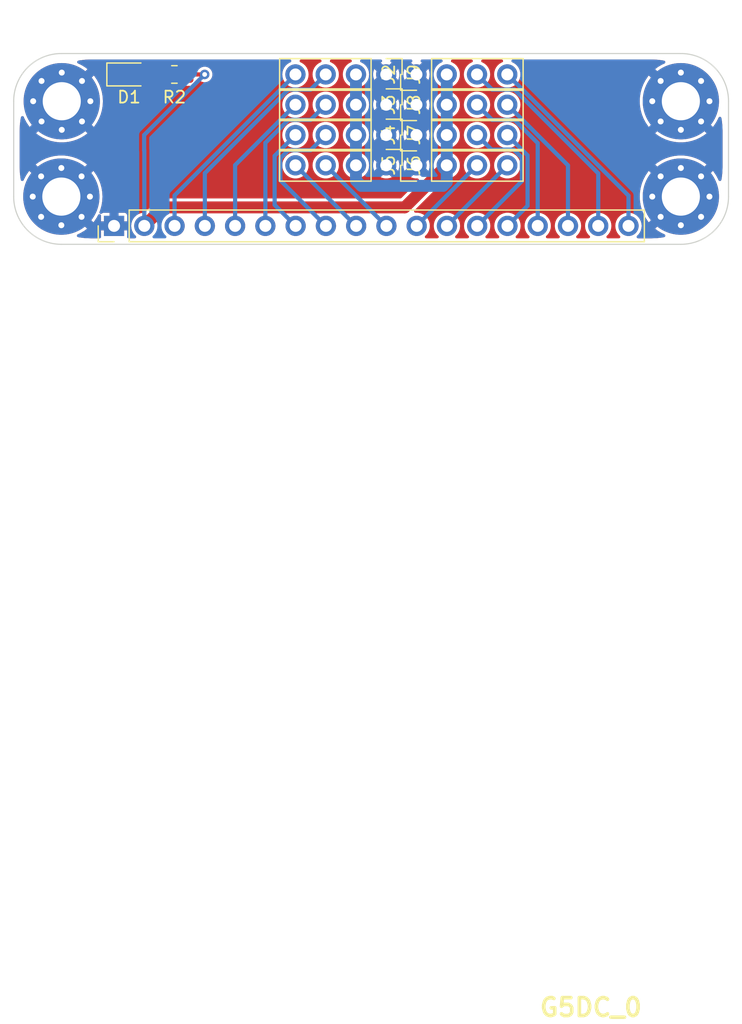
<source format=kicad_pcb>
(kicad_pcb
	(version 20240108)
	(generator "pcbnew")
	(generator_version "8.0")
	(general
		(thickness 1.6)
		(legacy_teardrops no)
	)
	(paper "A4")
	(layers
		(0 "F.Cu" signal "Front")
		(31 "B.Cu" signal "Back")
		(34 "B.Paste" user)
		(35 "F.Paste" user)
		(36 "B.SilkS" user "B.Silkscreen")
		(37 "F.SilkS" user "F.Silkscreen")
		(38 "B.Mask" user)
		(39 "F.Mask" user)
		(44 "Edge.Cuts" user)
		(45 "Margin" user)
		(46 "B.CrtYd" user "B.Courtyard")
		(47 "F.CrtYd" user "F.Courtyard")
		(49 "F.Fab" user)
	)
	(setup
		(stackup
			(layer "F.SilkS"
				(type "Top Silk Screen")
			)
			(layer "F.Paste"
				(type "Top Solder Paste")
			)
			(layer "F.Mask"
				(type "Top Solder Mask")
				(thickness 0.01)
			)
			(layer "F.Cu"
				(type "copper")
				(thickness 0.035)
			)
			(layer "dielectric 1"
				(type "core")
				(thickness 1.51)
				(material "FR4")
				(epsilon_r 4.5)
				(loss_tangent 0.02)
			)
			(layer "B.Cu"
				(type "copper")
				(thickness 0.035)
			)
			(layer "B.Mask"
				(type "Bottom Solder Mask")
				(thickness 0.01)
			)
			(layer "B.Paste"
				(type "Bottom Solder Paste")
			)
			(layer "B.SilkS"
				(type "Bottom Silk Screen")
			)
			(copper_finish "None")
			(dielectric_constraints no)
		)
		(pad_to_mask_clearance 0)
		(allow_soldermask_bridges_in_footprints no)
		(aux_axis_origin 100 150)
		(grid_origin 130 150)
		(pcbplotparams
			(layerselection 0x00010fc_ffffffff)
			(plot_on_all_layers_selection 0x0000000_00000000)
			(disableapertmacros no)
			(usegerberextensions no)
			(usegerberattributes yes)
			(usegerberadvancedattributes yes)
			(creategerberjobfile yes)
			(dashed_line_dash_ratio 12.000000)
			(dashed_line_gap_ratio 3.000000)
			(svgprecision 4)
			(plotframeref no)
			(viasonmask no)
			(mode 1)
			(useauxorigin no)
			(hpglpennumber 1)
			(hpglpenspeed 20)
			(hpglpendiameter 15.000000)
			(pdf_front_fp_property_popups yes)
			(pdf_back_fp_property_popups yes)
			(dxfpolygonmode yes)
			(dxfimperialunits yes)
			(dxfusepcbnewfont yes)
			(psnegative no)
			(psa4output no)
			(plotreference yes)
			(plotvalue yes)
			(plotfptext yes)
			(plotinvisibletext no)
			(sketchpadsonfab no)
			(subtractmaskfromsilk no)
			(outputformat 1)
			(mirror no)
			(drillshape 0)
			(scaleselection 1)
			(outputdirectory "Export/")
		)
	)
	(net 0 "")
	(net 1 "5V")
	(net 2 "GND")
	(net 3 "Net-(D1-A)")
	(net 4 "9")
	(net 5 "1")
	(net 6 "3")
	(net 7 "5")
	(net 8 "14")
	(net 9 "11")
	(net 10 "12")
	(net 11 "2")
	(net 12 "7")
	(net 13 "8")
	(net 14 "13")
	(net 15 "6")
	(net 16 "10")
	(net 17 "15")
	(net 18 "0")
	(net 19 "4")
	(footprint "MountingHole:MountingHole_3.2mm_M3_Pad_Via" (layer "F.Cu") (at 156 97))
	(footprint "Connector_PinHeader_2.54mm:PinHeader_1x04_P2.54mm_Vertical" (layer "F.Cu") (at 133.81 97.295 90))
	(footprint "Resistor_SMD:R_0805_2012Metric_Pad1.20x1.40mm_HandSolder" (layer "F.Cu") (at 113.49 94.755))
	(footprint "Connector_PinHeader_2.54mm:PinHeader_1x04_P2.54mm_Vertical" (layer "F.Cu") (at 131.27 97.295 -90))
	(footprint "LED_SMD:LED_0805_2012Metric_Pad1.15x1.40mm_HandSolder" (layer "F.Cu") (at 109.68 94.755))
	(footprint "Connector_PinHeader_2.54mm:PinHeader_1x04_P2.54mm_Vertical" (layer "F.Cu") (at 131.27 99.835 -90))
	(footprint "Connector_PinHeader_2.54mm:PinHeader_1x04_P2.54mm_Vertical" (layer "F.Cu") (at 133.81 102.375 90))
	(footprint "Connector_PinHeader_2.54mm:PinHeader_1x04_P2.54mm_Vertical" (layer "F.Cu") (at 133.81 94.755 90))
	(footprint "MountingHole:MountingHole_3.2mm_M3_Pad_Via" (layer "F.Cu") (at 156 105))
	(footprint "Connector_PinHeader_2.54mm:PinHeader_1x04_P2.54mm_Vertical" (layer "F.Cu") (at 131.27 94.755 -90))
	(footprint "MountingHole:MountingHole_3.2mm_M3_Pad_Via" (layer "F.Cu") (at 104.035 97))
	(footprint "Connector_PinHeader_2.54mm:PinHeader_1x04_P2.54mm_Vertical" (layer "F.Cu") (at 131.27 102.375 -90))
	(footprint "Connector_PinHeader_2.54mm:PinHeader_1x18_P2.54mm_Vertical" (layer "F.Cu") (at 108.425 107.455 90))
	(footprint "Connector_PinHeader_2.54mm:PinHeader_1x04_P2.54mm_Vertical" (layer "F.Cu") (at 133.81 99.835 90))
	(footprint "MountingHole:MountingHole_3.2mm_M3_Pad_Via" (layer "F.Cu") (at 104 105))
	(gr_arc
		(start 100 97)
		(mid 101.171573 94.171573)
		(end 104 93)
		(stroke
			(width 0.1)
			(type default)
		)
		(layer "Edge.Cuts")
		(uuid "1d201fa4-04b9-4ebf-9477-99bcfbab45ee")
	)
	(gr_arc
		(start 104 109)
		(mid 101.171573 107.828427)
		(end 100 105)
		(stroke
			(width 0.1)
			(type default)
		)
		(layer "Edge.Cuts")
		(uuid "2cefa996-f382-48d5-a8e8-abc00931f697")
	)
	(gr_arc
		(start 160 105)
		(mid 158.828427 107.828427)
		(end 156 109)
		(stroke
			(width 0.1)
			(type default)
		)
		(layer "Edge.Cuts")
		(uuid "64396ced-f94e-435f-be2a-68f098cbf559")
	)
	(gr_arc
		(start 156 93)
		(mid 158.828427 94.171573)
		(end 160 97)
		(stroke
			(width 0.1)
			(type default)
		)
		(layer "Edge.Cuts")
		(uuid "64f6e7a9-9ee1-43a9-b7cb-2c31d6f45b47")
	)
	(gr_line
		(start 160 97)
		(end 160 105)
		(stroke
			(width 0.1)
			(type default)
		)
		(layer "Edge.Cuts")
		(uuid "9527b324-415a-4a51-b9d3-6e75489d4b15")
	)
	(gr_line
		(start 100 105)
		(end 100 97)
		(stroke
			(width 0.1)
			(type default)
		)
		(layer "Edge.Cuts")
		(uuid "c4eab485-e1a7-41a6-9330-789cecc2f5ce")
	)
	(gr_line
		(start 156 109)
		(end 104 109)
		(stroke
			(width 0.1)
			(type default)
		)
		(layer "Edge.Cuts")
		(uuid "e0f5456f-e71f-4680-9f6d-7133ae63d3b6")
	)
	(gr_line
		(start 104 93)
		(end 156 93)
		(stroke
			(width 0.1)
			(type default)
		)
		(layer "Edge.Cuts")
		(uuid "e4f177ab-5e83-4d03-b11b-67d99758d053")
	)
	(gr_text "G5DC_0"
		(at 144 173 0)
		(layer "F.SilkS")
		(uuid "38aeb5f3-00f8-4a62-ad11-07f201c300bd")
		(effects
			(font
				(size 1.5 1.5)
				(thickness 0.3)
				(bold yes)
			)
			(justify left)
		)
	)
	(segment
		(start 132.82 105.905)
		(end 112.515 105.905)
		(width 1)
		(layer "F.Cu")
		(net 1)
		(uuid "34365f9d-37e7-4692-bcb9-10699a9ccdbe")
	)
	(segment
		(start 112.515 105.905)
		(end 110.965 107.455)
		(width 1)
		(layer "F.Cu")
		(net 1)
		(uuid "4a144fe7-73de-49d5-a897-0a7ca3efa2fd")
	)
	(segment
		(start 116.03 94.755)
		(end 114.49 94.755)
		(width 0.35)
		(layer "F.Cu")
		(net 1)
		(uuid "4a3faca1-4a67-4b44-97c3-ff7e3373f321")
	)
	(segment
		(start 136.35 102.375)
		(end 132.82 105.905)
		(width 1)
		(layer "F.Cu")
		(net 1)
		(uuid "aba80002-ff71-4263-a0ba-2fa19cc91357")
	)
	(via
		(at 116.03 94.755)
		(size 0.8)
		(drill 0.4)
		(layers "F.Cu" "B.Cu")
		(net 1)
		(uuid "6b39bc65-f026-4c07-8531-7274501d4063")
	)
	(segment
		(start 136.032801 104.098)
		(end 136.35 103.780801)
		(width 1)
		(layer "B.Cu")
		(net 1)
		(uuid "02dfb3bc-aa8a-40ff-bca6-d205442236a4")
	)
	(segment
		(start 116.03 94.755)
		(end 110.95 99.835)
		(width 0.35)
		(layer "B.Cu")
		(net 1)
		(uuid "27e74840-ffed-4689-a24e-45026cf2c70f")
	)
	(segment
		(start 128.73 102.375)
		(end 128.73 103.645)
		(width 1)
		(layer "B.Cu")
		(net 1)
		(uuid "341b4c97-3b93-4033-9a75-f25c15c6b87f")
	)
	(segment
		(start 136.35 97.295)
		(end 136.35 94.755)
		(width 1)
		(layer "B.Cu")
		(net 1)
		(uuid "36bbba8d-6686-4d68-8266-4e1a306072b4")
	)
	(segment
		(start 128.73 103.645)
		(end 129.183 104.098)
		(width 1)
		(layer "B.Cu")
		(net 1)
		(uuid "4a5c30a0-5d3e-46b7-9a1b-815823af2965")
	)
	(segment
		(start 128.73 99.835)
		(end 128.73 102.375)
		(width 1)
		(layer "B.Cu")
		(net 1)
		(uuid "53c73913-16fd-446a-9e30-7d7c28475e2b")
	)
	(segment
		(start 110.95 99.835)
		(end 110.95 101.105)
		(width 0.35)
		(layer "B.Cu")
		(net 1)
		(uuid "6132847b-f0d5-43c3-9586-9b1dd24f6861")
	)
	(segment
		(start 110.965 101.12)
		(end 110.965 107.455)
		(width 0.35)
		(layer "B.Cu")
		(net 1)
		(uuid "7fff8b58-12b3-4b42-b74f-f0abfc86815c")
	)
	(segment
		(start 110.95 101.105)
		(end 110.965 101.12)
		(width 0.35)
		(layer "B.Cu")
		(net 1)
		(uuid "a4898fcd-452a-461b-9d89-49564743943f")
	)
	(segment
		(start 136.35 99.835)
		(end 136.35 97.295)
		(width 1)
		(layer "B.Cu")
		(net 1)
		(uuid "ad5f52d8-b062-4d06-9a83-c79770562a33")
	)
	(segment
		(start 136.35 103.780801)
		(end 136.35 102.375)
		(width 1)
		(layer "B.Cu")
		(net 1)
		(uuid "cd76d9ec-50c0-400f-ac96-7fe4620a1b6c")
	)
	(segment
		(start 129.183 104.098)
		(end 136.032801 104.098)
		(width 1)
		(layer "B.Cu")
		(net 1)
		(uuid "d49eb062-67f0-4184-90b9-9e60fcb1e922")
	)
	(segment
		(start 128.73 94.755)
		(end 128.73 97.295)
		(width 1)
		(layer "B.Cu")
		(net 1)
		(uuid "d79d5ec4-58ac-4df4-b5f0-a7035cac7e14")
	)
	(segment
		(start 128.73 97.295)
		(end 128.73 99.835)
		(width 1)
		(layer "B.Cu")
		(net 1)
		(uuid "d7b148e6-3503-440d-af91-1ca4e0149e46")
	)
	(segment
		(start 136.35 102.375)
		(end 136.35 99.835)
		(width 1)
		(layer "B.Cu")
		(net 1)
		(uuid "dddd2ac2-169f-4938-8b7d-ad6b11e7d577")
	)
	(segment
		(start 131.27 94.755)
		(end 131.27 97.295)
		(width 1)
		(layer "B.Cu")
		(net 2)
		(uuid "0c3fd3b2-d7e8-4575-a7b5-6ace98e9d15c")
	)
	(segment
		(start 131.27 102.375)
		(end 131.27 99.835)
		(width 1)
		(layer "B.Cu")
		(net 2)
		(uuid "3d5e76b6-d278-4df2-b3d1-e7c17b85cbb1")
	)
	(segment
		(start 131.27 97.295)
		(end 131.27 99.835)
		(width 1)
		(layer "B.Cu")
		(net 2)
		(uuid "4a86b4a8-2887-45aa-afbc-87117fe7c8aa")
	)
	(segment
		(start 133.81 97.295)
		(end 133.81 99.835)
		(width 1)
		(layer "B.Cu")
		(net 2)
		(uuid "c2318804-bad0-4323-95fd-8bd48cc9596a")
	)
	(segment
		(start 133.81 94.755)
		(end 133.81 97.295)
		(width 1)
		(layer "B.Cu")
		(net 2)
		(uuid "f40149d7-28a8-416b-9b19-e8d6e26e2689")
	)
	(segment
		(start 133.81 99.835)
		(end 133.81 102.375)
		(width 1)
		(layer "B.Cu")
		(net 2)
		(uuid "fb795a35-4cb0-40e5-8f40-5c122660d583")
	)
	(segment
		(start 110.705 94.755)
		(end 112.49 94.755)
		(width 1)
		(layer "F.Cu")
		(net 3)
		(uuid "3debcb94-4b6d-4c07-9b2e-02245079612d")
	)
	(segment
		(start 128.73 107.455)
		(end 128.745 107.455)
		(width 0.35)
		(layer "B.Cu")
		(net 4)
		(uuid "079f9d50-0b49-4acd-ae4c-52c36bfbbbf8")
	)
	(segment
		(start 123.65 102.375)
		(end 128.73 107.455)
		(width 0.35)
		(layer "B.Cu")
		(net 4)
		(uuid "61f1b1c4-b2c8-41ca-b5e8-52b53f33e51d")
	)
	(segment
		(start 142.036661 96.025)
		(end 140.16 96.025)
		(width 0.35)
		(layer "B.Cu")
		(net 5)
		(uuid "26f31df4-6e4e-49d5-a766-9d577ba791db")
	)
	(segment
		(start 149.065 103.053339)
		(end 142.036661 96.025)
		(width 0.35)
		(layer "B.Cu")
		(net 5)
		(uuid "3d71394b-229e-44e7-a646-53b44140ff04")
	)
	(segment
		(start 140.16 96.025)
		(end 138.89 94.755)
		(width 0.35)
		(layer "B.Cu")
		(net 5)
		(uuid "8b34c9a4-2697-428e-b8b5-5dff0c830f21")
	)
	(segment
		(start 149.065 107.455)
		(end 149.065 103.053339)
		(width 0.35)
		(layer "B.Cu")
		(net 5)
		(uuid "f6cbcada-c56b-4832-8deb-3ebb5aac92b2")
	)
	(segment
		(start 140.16 98.565)
		(end 138.89 97.295)
		(width 0.35)
		(layer "B.Cu")
		(net 6)
		(uuid "84d33246-4008-45a5-9070-0f14d6497b78")
	)
	(segment
		(start 142.036661 98.565)
		(end 140.16 98.565)
		(width 0.35)
		(layer "B.Cu")
		(net 6)
		(uuid "a0d7c47e-c0ce-4e53-9a3f-900cbec8d83f")
	)
	(segment
		(start 143.985 100.513339)
		(end 142.036661 98.565)
		(width 0.35)
		(layer "B.Cu")
		(net 6)
		(uuid "af3e66ee-fe8f-4381-84fc-375e1c41ff71")
	)
	(segment
		(start 143.985 107.455)
		(end 143.985 100.513339)
		(width 0.35)
		(layer "B.Cu")
		(net 6)
		(uuid "cd87bb9d-3173-4dd9-b3c2-62c845713d77")
	)
	(segment
		(start 142.655 103.705)
		(end 142.655 101.73458)
		(width 0.35)
		(layer "B.Cu")
		(net 7)
		(uuid "3bb53c9c-78c6-4296-8bbd-60a823367e89")
	)
	(segment
		(start 142.655 101.73458)
		(end 141.98042 101.06)
		(width 0.35)
		(layer "B.Cu")
		(net 7)
		(uuid "9d83c74f-f7cb-4dae-b573-864ceb86f440")
	)
	(segment
		(start 138.905 107.455)
		(end 142.655 103.705)
		(width 0.35)
		(layer "B.Cu")
		(net 7)
		(uuid "b914f0e6-07ae-4eb6-8f4e-f40004ee6c10")
	)
	(segment
		(start 140.115 101.06)
		(end 138.89 99.835)
		(width 0.35)
		(layer "B.Cu")
		(net 7)
		(uuid "cb7daca1-acfb-4f41-916d-6857c8898e06")
	)
	(segment
		(start 141.98042 101.06)
		(end 140.115 101.06)
		(width 0.35)
		(layer "B.Cu")
		(net 7)
		(uuid "eadbd63e-612d-4358-93b8-19b31903338b")
	)
	(segment
		(start 126.19 94.755)
		(end 124.92 96.025)
		(width 0.35)
		(layer "B.Cu")
		(net 8)
		(uuid "2109c622-73aa-443d-9afc-1b420604eae7")
	)
	(segment
		(start 123.05458 96.025)
		(end 116.045 103.03458)
		(width 0.35)
		(layer "B.Cu")
		(net 8)
		(uuid "6806ce84-5689-4fbb-b8fd-79adfdd2a0a9")
	)
	(segment
		(start 124.92 96.025)
		(end 123.05458 96.025)
		(width 0.35)
		(layer "B.Cu")
		(net 8)
		(uuid "aa70bf98-9716-4eb3-a05d-6df1ce3cab89")
	)
	(segment
		(start 116.045 103.03458)
		(end 116.045 107.455)
		(width 0.35)
		(layer "B.Cu")
		(net 8)
		(uuid "cdc6c3dc-c378-478e-b3de-81c0dc26390a")
	)
	(segment
		(start 123.65 99.835)
		(end 121.903 101.582)
		(width 0.35)
		(layer "B.Cu")
		(net 9)
		(uuid "3b8b658c-c766-4d3b-8c03-b776aa6721b5")
	)
	(segment
		(start 121.903 105.693)
		(end 123.665 107.455)
		(width 0.35)
		(layer "B.Cu")
		(net 9)
		(uuid "e3c8ea2e-4502-409a-b12d-7f8dac025ede")
	)
	(segment
		(start 121.903 101.582)
		(end 121.903 105.693)
		(width 0.35)
		(layer "B.Cu")
		(net 9)
		(uuid "ff59114a-4336-488b-80a0-fed41c1da8e6")
	)
	(segment
		(start 123.05458 98.565)
		(end 121.125 100.49458)
		(width 0.35)
		(layer "B.Cu")
		(net 10)
		(uuid "105dc41e-36f6-4bcd-9522-932a1c248fe2")
	)
	(segment
		(start 121.125 100.49458)
		(end 121.125 107.455)
		(width 0.35)
		(layer "B.Cu")
		(net 10)
		(uuid "42fde4fb-3f63-4028-92dd-259e9ee75ed0")
	)
	(segment
		(start 124.92 98.565)
		(end 123.05458 98.565)
		(width 0.35)
		(layer "B.Cu")
		(net 10)
		(uuid "7b95746d-2246-49f2-95f8-b912dc354cdc")
	)
	(segment
		(start 126.19 97.295)
		(end 124.92 98.565)
		(width 0.35)
		(layer "B.Cu")
		(net 10)
		(uuid "f2d826cf-b5d0-4242-abda-f2c1e1b33d47")
	)
	(segment
		(start 146.525 102.378759)
		(end 141.441241 97.295)
		(width 0.35)
		(layer "B.Cu")
		(net 11)
		(uuid "21872ec7-97b2-4197-ab21-3afd24b46a6d")
	)
	(segment
		(start 146.525 107.455)
		(end 146.525 102.378759)
		(width 0.35)
		(layer "B.Cu")
		(net 11)
		(uuid "3f353023-50db-4bf2-8226-a2416f4a6497")
	)
	(segment
		(start 141.441241 97.295)
		(end 141.43 97.295)
		(width 0.35)
		(layer "B.Cu")
		(net 11)
		(uuid "aa3e5f51-b172-4eae-9f5c-30b6b6e1b4e0")
	)
	(segment
		(start 133.825 107.44)
		(end 138.89 102.375)
		(width 0.35)
		(layer "B.Cu")
		(net 12)
		(uuid "1a94aa9a-bd29-4ba2-a3f0-1d28b6405e69")
	)
	(segment
		(start 133.825 107.455)
		(end 133.825 107.44)
		(width 0.35)
		(layer "B.Cu")
		(net 12)
		(uuid "a2cc0b5a-d53c-4878-87e7-f13412888463")
	)
	(segment
		(start 131.27 107.455)
		(end 131.285 107.455)
		(width 0.35)
		(layer "B.Cu")
		(net 13)
		(uuid "eadaa894-54dd-4faa-bf2e-aab7c687cf93")
	)
	(segment
		(start 126.19 102.375)
		(end 131.27 107.455)
		(width 0.35)
		(layer "B.Cu")
		(net 13)
		(uuid "fc38ee44-b5ef-4663-8137-757287842099")
	)
	(segment
		(start 118.585 102.36)
		(end 118.585 107.455)
		(width 0.35)
		(layer "B.Cu")
		(net 14)
		(uuid "7647cf14-3242-4768-acf6-f7f1c4dab622")
	)
	(segment
		(start 123.65 97.295)
		(end 118.585 102.36)
		(width 0.35)
		(layer "B.Cu")
		(net 14)
		(uuid "e596001d-7678-4ce0-bc03-4d685dcc4821")
	)
	(segment
		(start 136.365 107.455)
		(end 141.43 102.39)
		(width 0.35)
		(layer "B.Cu")
		(net 15)
		(uuid "566e8534-1860-47ad-8786-f88be5c5c7bb")
	)
	(segment
		(start 141.43 102.39)
		(end 141.43 102.375)
		(width 0.35)
		(layer "B.Cu")
		(net 15)
		(uuid "c9e80bb9-e2d9-4fd0-ac30-82c7892e2d08")
	)
	(segment
		(start 124.92 101.105)
		(end 123.05458 101.105)
		(width 0.35)
		(layer "B.Cu")
		(net 16)
		(uuid "13f38082-3e95-41c5-941a-53484336324d")
	)
	(segment
		(start 122.38 101.77958)
		(end 122.38 103.63)
		(width 0.35)
		(layer "B.Cu")
		(net 16)
		(uuid "3983997f-da20-4716-91ff-92bc1d4e246f")
	)
	(segment
		(start 122.38 103.63)
		(end 126.205 107.455)
		(width 0.35)
		(layer "B.Cu")
		(net 16)
		(uuid "62acab15-f9eb-4aa3-ac7a-392a19b04bd6")
	)
	(segment
		(start 123.05458 101.105)
		(end 122.38 101.77958)
		(width 0.35)
		(layer "B.Cu")
		(net 16)
		(uuid "7c901eb7-7532-4605-8568-4ce6cb154a25")
	)
	(segment
		(start 126.19 99.835)
		(end 124.92 101.105)
		(width 0.35)
		(layer "B.Cu")
		(net 16)
		(uuid "d9a6f15d-0e10-451d-9606-0afce49ae388")
	)
	(segment
		(start 113.505 104.9)
		(end 113.505 107.455)
		(width 0.35)
		(layer "B.Cu")
		(net 17)
		(uuid "9ef97131-d70d-493c-996a-98b79c0f11bb")
	)
	(segment
		(start 123.65 94.755)
		(end 113.505 104.9)
		(width 0.35)
		(layer "B.Cu")
		(net 17)
		(uuid "cab1da21-410a-4b1c-816f-c2783192e83d")
	)
	(segment
		(start 151.605 104.918759)
		(end 151.605 107.455)
		(width 0.35)
		(layer "B.Cu")
		(net 18)
		(uuid "bdbe3f0e-94ba-4623-a636-b4741e89cd64")
	)
	(segment
		(start 141.43 94.755)
		(end 142.223 95.548)
		(width 0.35)
		(layer "B.Cu")
		(net 18)
		(uuid "bfd13aff-5963-4acc-b1b5-c13d684210c5")
	)
	(segment
		(start 142.234241 95.548)
		(end 151.605 104.918759)
		(width 0.35)
		(layer "B.Cu")
		(net 18)
		(uuid "e44ec100-e661-4590-b5e0-059db14763d7")
	)
	(segment
		(start 142.223 95.548)
		(end 142.234241 95.548)
		(width 0.35)
		(layer "B.Cu")
		(net 18)
		(uuid "e869878c-5e9a-480c-8338-f3225d067120")
	)
	(segment
		(start 143.132 105.768)
		(end 143.132 101.537)
		(width 0.35)
		(layer "B.Cu")
		(net 19)
		(uuid "1b9a8093-1952-476b-a883-5c78b92b5589")
	)
	(segment
		(start 143.132 101.537)
		(end 141.43 99.835)
		(width 0.35)
		(layer "B.Cu")
		(net 19)
		(uuid "4e1e4b82-712a-43a9-9ccf-fa6b273f040d")
	)
	(segment
		(start 141.445 107.455)
		(end 143.132 105.768)
		(width 0.35)
		(layer "B.Cu")
		(net 19)
		(uuid "5238ff3f-108a-4511-b665-e25e0e9672b6")
	)
	(zone
		(net 2)
		(net_name "GND")
		(layers "F&B.Cu")
		(uuid "4763b611-2d27-4d08-b090-751f237abbc8")
		(hatch edge 0.5)
		(connect_pads
			(clearance 0.25)
		)
		(min_thickness 0.25)
		(filled_areas_thickness no)
		(fill yes
			(thermal_gap 0.25)
			(thermal_bridge_width 0.75)
			(smoothing fillet)
			(radius 6)
		)
		(polygon
			(pts
				(xy 104 93.5) (xy 100.5 97) (xy 100.5 105) (xy 104 108.5) (xy 156 108.5) (xy 159.5 105) (xy 159.5 97)
				(xy 156 93.5)
			)
		)
		(filled_polygon
			(layer "F.Cu")
			(pts
				(xy 123.246787 93.519685) (xy 123.292542 93.572489) (xy 123.302486 93.641647) (xy 123.273461 93.705203)
				(xy 123.224542 93.739627) (xy 123.157364 93.765651) (xy 123.157357 93.765655) (xy 122.98396 93.873017)
				(xy 122.983958 93.873019) (xy 122.833237 94.010418) (xy 122.710327 94.173178) (xy 122.619422 94.355739)
				(xy 122.619417 94.355752) (xy 122.563602 94.551917) (xy 122.544785 94.754999) (xy 122.544785 94.755)
				(xy 122.563602 94.958082) (xy 122.619417 95.154247) (xy 122.619422 95.15426) (xy 122.710327 95.336821)
				(xy 122.833237 95.499581) (xy 122.983958 95.63698) (xy 122.98396 95.636982) (xy 123.083141 95.698392)
				(xy 123.157363 95.744348) (xy 123.347544 95.818024) (xy 123.548024 95.8555) (xy 123.548026 95.8555)
				(xy 123.751974 95.8555) (xy 123.751976 95.8555) (xy 123.952456 95.818024) (xy 124.142637 95.744348)
				(xy 124.316041 95.636981) (xy 124.466764 95.499579) (xy 124.589673 95.336821) (xy 124.680582 95.15425)
				(xy 124.736397 94.958083) (xy 124.755215 94.755) (xy 124.749115 94.689174) (xy 124.736397 94.551917)
				(xy 124.707534 94.450475) (xy 124.680582 94.35575) (xy 124.680159 94.354901) (xy 124.615312 94.22467)
				(xy 124.589673 94.173179) (xy 124.466764 94.010421) (xy 124.466762 94.010418) (xy 124.316041 93.873019)
				(xy 124.316039 93.873017) (xy 124.142642 93.765655) (xy 124.142635 93.765651) (xy 124.075458 93.739627)
				(xy 124.020056 93.697054) (xy 123.996466 93.631287) (xy 124.012177 93.563207) (xy 124.062201 93.514428)
				(xy 124.120252 93.5) (xy 125.719748 93.5) (xy 125.786787 93.519685) (xy 125.832542 93.572489) (xy 125.842486 93.641647)
				(xy 125.813461 93.705203) (xy 125.764542 93.739627) (xy 125.697364 93.765651) (xy 125.697357 93.765655)
				(xy 125.52396 93.873017) (xy 125.523958 93.873019) (xy 125.373237 94.010418) (xy 125.250327 94.173178)
				(xy 125.159422 94.355739) (xy 125.159417 94.355752) (xy 125.103602 94.551917) (xy 125.084785 94.754999)
				(xy 125.084785 94.755) (xy 125.103602 94.958082) (xy 125.159417 95.154247) (xy 125.159422 95.15426)
				(xy 125.250327 95.336821) (xy 125.373237 95.499581) (xy 125.523958 95.63698) (xy 125.52396 95.636982)
				(xy 125.623141 95.698392) (xy 125.697363 95.744348) (xy 125.887544 95.818024) (xy 126.088024 95.8555)
				(xy 126.088026 95.8555) (xy 126.291974 95.8555) (xy 126.291976 95.8555) (xy 126.492456 95.818024)
				(xy 126.682637 95.744348) (xy 126.856041 95.636981) (xy 127.006764 95.499579) (xy 127.129673 95.336821)
				(xy 127.220582 95.15425) (xy 127.276397 94.958083) (xy 127.295215 94.755) (xy 127.289115 94.689174)
				(xy 127.276397 94.551917) (xy 127.247534 94.450475) (xy 127.220582 94.35575) (xy 127.220159 94.354901)
				(xy 127.155312 94.22467) (xy 127.129673 94.173179) (xy 127.006764 94.010421) (xy 127.006762 94.010418)
				(xy 126.856041 93.873019) (xy 126.856039 93.873017) (xy 126.682642 93.765655) (xy 126.682635 93.765651)
				(xy 126.615458 93.739627) (xy 126.560056 93.697054) (xy 126.536466 93.631287) (xy 126.552177 93.563207)
				(xy 126.602201 93.514428) (xy 126.660252 93.5) (xy 128.259748 93.5) (xy 128.326787 93.519685) (xy 128.372542 93.572489)
				(xy 128.382486 93.641647) (xy 128.353461 93.705203) (xy 128.304542 93.739627) (xy 128.237364 93.765651)
				(xy 128.237357 93.765655) (xy 128.06396 93.873017) (xy 128.063958 93.873019) (xy 127.913237 94.010418)
				(xy 127.790327 94.173178) (xy 127.699422 94.355739) (xy 127.699417 94.355752) (xy 127.643602 94.551917)
				(xy 127.624785 94.754999) (xy 127.624785 94.755) (xy 127.643602 94.958082) (xy 127.699417 95.154247)
				(xy 127.699422 95.15426) (xy 127.790327 95.336821) (xy 127.913237 95.499581) (xy 128.063958 95.63698)
				(xy 128.06396 95.636982) (xy 128.163141 95.698392) (xy 128.237363 95.744348) (xy 128.427544 95.818024)
				(xy 128.628024 95.8555) (xy 128.628026 95.8555) (xy 128.831974 95.8555) (xy 128.831976 95.8555)
				(xy 129.032456 95.818024) (xy 129.199405 95.753348) (xy 130.801979 95.753348) (xy 130.967678 95.817539)
				(xy 131.168072 95.855) (xy 131.371928 95.855) (xy 131.572321 95.817539) (xy 131.738019 95.753348)
				(xy 133.341979 95.753348) (xy 133.507678 95.817539) (xy 133.708072 95.855) (xy 133.911928 95.855)
				(xy 134.112321 95.817539) (xy 134.278019 95.753348) (xy 133.810001 95.28533) (xy 133.81 95.28533)
				(xy 133.341979 95.753348) (xy 131.738019 95.753348) (xy 131.270001 95.28533) (xy 131.27 95.28533)
				(xy 130.801979 95.753348) (xy 129.199405 95.753348) (xy 129.222637 95.744348) (xy 129.396041 95.636981)
				(xy 129.546764 95.499579) (xy 129.669673 95.336821) (xy 129.760582 95.15425) (xy 129.816397 94.958083)
				(xy 129.835215 94.755) (xy 129.835215 94.754999) (xy 130.165287 94.754999) (xy 130.165287 94.755)
				(xy 130.184096 94.957989) (xy 130.184097 94.957992) (xy 130.239881 95.154056) (xy 130.239886 95.154067)
				(xy 130.273365 95.221304) (xy 130.73967 94.755) (xy 130.73967 94.754999) (xy 130.673845 94.689174)
				(xy 130.77 94.689174) (xy 130.77 94.820826) (xy 130.804075 94.947993) (xy 130.869901 95.062007)
				(xy 130.962993 95.155099) (xy 131.077007 95.220925) (xy 131.204174 95.255) (xy 131.335826 95.255)
				(xy 131.462993 95.220925) (xy 131.577007 95.155099) (xy 131.670099 95.062007) (xy 131.735925 94.947993)
				(xy 131.77 94.820826) (xy 131.77 94.754999) (xy 131.80033 94.754999) (xy 131.80033 94.755) (xy 132.266633 95.221303)
				(xy 132.300112 95.154069) (xy 132.300115 95.154063) (xy 132.355902 94.957991) (xy 132.355903 94.957989)
				(xy 132.374713 94.755) (xy 132.374713 94.754999) (xy 132.705287 94.754999) (xy 132.705287 94.755)
				(xy 132.724096 94.957989) (xy 132.724097 94.957992) (xy 132.779881 95.154056) (xy 132.779886 95.154067)
				(xy 132.813365 95.221304) (xy 133.27967 94.755) (xy 133.27967 94.754999) (xy 133.213845 94.689174)
				(xy 133.31 94.689174) (xy 133.31 94.820826) (xy 133.344075 94.947993) (xy 133.409901 95.062007)
				(xy 133.502993 95.155099) (xy 133.617007 95.220925) (xy 133.744174 95.255) (xy 133.875826 95.255)
				(xy 134.002993 95.220925) (xy 134.117007 95.155099) (xy 134.210099 95.062007) (xy 134.275925 94.947993)
				(xy 134.31 94.820826) (xy 134.31 94.754999) (xy 134.34033 94.754999) (xy 134.34033 94.755) (xy 134.806633 95.221303)
				(xy 134.840112 95.154069) (xy 134.840115 95.154063) (xy 134.895902 94.957991) (xy 134.895903 94.957989)
				(xy 134.914713 94.755) (xy 134.914713 94.754999) (xy 134.895903 94.55201) (xy 134.895902 94.552007)
				(xy 134.840116 94.355936) (xy 134.840113 94.35593) (xy 134.806634 94.288694) (xy 134.34033 94.754999)
				(xy 134.31 94.754999) (xy 134.31 94.689174) (xy 134.275925 94.562007) (xy 134.210099 94.447993)
				(xy 134.117007 94.354901) (xy 134.002993 94.289075) (xy 133.875826 94.255) (xy 133.744174 94.255)
				(xy 133.617007 94.289075) (xy 133.502993 94.354901) (xy 133.409901 94.447993) (xy 133.344075 94.562007)
				(xy 133.31 94.689174) (xy 133.213845 94.689174) (xy 132.813365 94.288694) (xy 132.779888 94.355927)
				(xy 132.779881 94.355943) (xy 132.724097 94.552007) (xy 132.724096 94.55201) (xy 132.705287 94.754999)
				(xy 132.374713 94.754999) (xy 132.355903 94.55201) (xy 132.355902 94.552007) (xy 132.300116 94.355936)
				(xy 132.300113 94.35593) (xy 132.266634 94.288694) (xy 131.80033 94.754999) (xy 131.77 94.754999)
				(xy 131.77 94.689174) (xy 131.735925 94.562007) (xy 131.670099 94.447993) (xy 131.577007 94.354901)
				(xy 131.462993 94.289075) (xy 131.335826 94.255) (xy 131.204174 94.255) (xy 131.077007 94.289075)
				(xy 130.962993 94.354901) (xy 130.869901 94.447993) (xy 130.804075 94.562007) (xy 130.77 94.689174)
				(xy 130.673845 94.689174) (xy 130.273365 94.288694) (xy 130.239888 94.355927) (xy 130.239881 94.355943)
				(xy 130.184097 94.552007) (xy 130.184096 94.55201) (xy 130.165287 94.754999) (xy 129.835215 94.754999)
				(xy 129.829115 94.689174) (xy 129.816397 94.551917) (xy 129.787534 94.450475) (xy 129.760582 94.35575)
				(xy 129.760159 94.354901) (xy 129.695312 94.22467) (xy 129.669673 94.173179) (xy 129.546764 94.010421)
				(xy 129.546762 94.010418) (xy 129.396041 93.873019) (xy 129.396039 93.873017) (xy 129.222642 93.765655)
				(xy 129.222635 93.765651) (xy 129.155458 93.739627) (xy 129.100056 93.697054) (xy 129.076466 93.631287)
				(xy 129.092177 93.563207) (xy 129.142201 93.514428) (xy 129.200252 93.5) (xy 130.80113 93.5) (xy 130.868169 93.519685)
				(xy 130.913924 93.572489) (xy 130.923868 93.641647) (xy 130.894843 93.705203) (xy 130.845923 93.739627)
				(xy 130.80198 93.756649) (xy 130.80198 93.75665) (xy 131.27 94.22467) (xy 131.270001 94.22467) (xy 131.738018 93.75665)
				(xy 131.738018 93.756649) (xy 131.694076 93.739627) (xy 131.638674 93.697055) (xy 131.615083 93.631288)
				(xy 131.630794 93.563208) (xy 131.680817 93.514428) (xy 131.738869 93.5) (xy 133.34113 93.5) (xy 133.408169 93.519685)
				(xy 133.453924 93.572489) (xy 133.463868 93.641647) (xy 133.434843 93.705203) (xy 133.385923 93.739627)
				(xy 133.34198 93.756649) (xy 133.34198 93.75665) (xy 133.81 94.22467) (xy 133.810001 94.22467) (xy 134.278018 93.75665)
				(xy 134.278018 93.756649) (xy 134.234076 93.739627) (xy 134.178674 93.697055) (xy 134.155083 93.631288)
				(xy 134.170794 93.563208) (xy 134.220817 93.514428) (xy 134.278869 93.5) (xy 135.879748 93.5) (xy 135.946787 93.519685)
				(xy 135.992542 93.572489) (xy 136.002486 93.641647) (xy 135.973461 93.705203) (xy 135.924542 93.739627)
				(xy 135.857364 93.765651) (xy 135.857357 93.765655) (xy 135.68396 93.873017) (xy 135.683958 93.873019)
				(xy 135.533237 94.010418) (xy 135.410327 94.173178) (xy 135.319422 94.355739) (xy 135.319417 94.355752)
				(xy 135.263602 94.551917) (xy 135.244785 94.754999) (xy 135.244785 94.755) (xy 135.263602 94.958082)
				(xy 135.319417 95.154247) (xy 135.319422 95.15426) (xy 135.410327 95.336821) (xy 135.533237 95.499581)
				(xy 135.683958 95.63698) (xy 135.68396 95.636982) (xy 135.783141 95.698392) (xy 135.857363 95.744348)
				(xy 136.047544 95.818024) (xy 136.248024 95.8555) (xy 136.248026 95.8555) (xy 136.451974 95.8555)
				(xy 136.451976 95.8555) (xy 136.652456 95.818024) (xy 136.842637 95.744348) (xy 137.016041 95.636981)
				(xy 137.166764 95.499579) (xy 137.289673 95.336821) (xy 137.380582 95.15425) (xy 137.436397 94.958083)
				(xy 137.455215 94.755) (xy 137.449115 94.689174) (xy 137.436397 94.551917) (xy 137.407534 94.450475)
				(xy 137.380582 94.35575) (xy 137.380159 94.354901) (xy 137.315312 94.22467) (xy 137.289673 94.173179)
				(xy 137.166764 94.010421) (xy 137.166762 94.010418) (xy 137.016041 93.873019) (xy 137.016039 93.873017)
				(xy 136.842642 93.765655) (xy 136.842635 93.765651) (xy 136.775458 93.739627) (xy 136.720056 93.697054)
				(xy 136.696466 93.631287) (xy 136.712177 93.563207) (xy 136.762201 93.514428) (xy 136.820252 93.5)
				(xy 138.419748 93.5) (xy 138.486787 93.519685) (xy 138.532542 93.572489) (xy 138.542486 93.641647)
				(xy 138.513461 93.705203) (xy 138.464542 93.739627) (xy 138.397364 93.765651) (xy 138.397357 93.765655)
				(xy 138.22396 93.873017) (xy 138.223958 93.873019) (xy 138.073237 94.010418) (xy 137.950327 94.173178)
				(xy 137.859422 94.355739) (xy 137.859417 94.355752) (xy 137.803602 94.551917) (xy 137.784785 94.754999)
				(xy 137.784785 94.755) (xy 137.803602 94.958082) (xy 137.859417 95.154247) (xy 137.859422 95.15426)
				(xy 137.950327 95.336821) (xy 138.073237 95.499581) (xy 138.223958 95.63698) (xy 138.22396 95.636982)
				(xy 138.323141 95.698392) (xy 138.397363 95.744348) (xy 138.587544 95.818024) (xy 138.788024 95.8555)
				(xy 138.788026 95.8555) (xy 138.991974 95.8555) (xy 138.991976 95.8555) (xy 139.192456 95.818024)
				(xy 139.382637 95.744348) (xy 139.556041 95.636981) (xy 139.706764 95.499579) (xy 139.829673 95.336821)
				(xy 139.920582 95.15425) (xy 139.976397 94.958083) (xy 139.995215 94.755) (xy 139.989115 94.689174)
				(xy 139.976397 94.551917) (xy 139.947534 94.450475) (xy 139.920582 94.35575) (xy 139.920159 94.354901)
				(xy 139.855312 94.22467) (xy 139.829673 94.173179) (xy 139.706764 94.010421) (xy 139.706762 94.010418)
				(xy 139.556041 93.873019) (xy 139.556039 93.873017) (xy 139.382642 93.765655) (xy 139.382635 93.765651)
				(xy 139.315458 93.739627) (xy 139.260056 93.697054) (xy 139.236466 93.631287) (xy 139.252177 93.563207)
				(xy 139.302201 93.514428) (xy 139.360252 93.5) (xy 140.959748 93.5) (xy 141.026787 93.519685) (xy 141.072542 93.572489)
				(xy 141.082486 93.641647) (xy 141.053461 93.705203) (xy 141.004542 93.739627) (xy 140.937364 93.765651)
				(xy 140.937357 93.765655) (xy 140.76396 93.873017) (xy 140.763958 93.873019) (xy 140.613237 94.010418)
				(xy 140.490327 94.173178) (xy 140.399422 94.355739) (xy 140.399417 94.355752) (xy 140.343602 94.551917)
				(xy 140.324785 94.754999) (xy 140.324785 94.755) (xy 140.343602 94.958082) (xy 140.399417 95.154247)
				(xy 140.399422 95.15426) (xy 140.490327 95.336821) (xy 140.613237 95.499581) (xy 140.763958 95.63698)
				(xy 140.76396 95.636982) (xy 140.863141 95.698392) (xy 140.937363 95.744348) (xy 141.127544 95.818024)
				(xy 141.328024 95.8555) (xy 141.328026 95.8555) (xy 141.531974 95.8555) (xy 141.531976 95.8555)
				(xy 141.732456 95.818024) (xy 141.922637 95.744348) (xy 142.096041 95.636981) (xy 142.246764 95.499579)
				(xy 142.369673 95.336821) (xy 142.460582 95.15425) (xy 142.516397 94.958083) (xy 142.535215 94.755)
				(xy 142.529115 94.689174) (xy 142.516397 94.551917) (xy 142.487534 94.450475) (xy 142.460582 94.35575)
				(xy 142.460159 94.354901) (xy 142.395312 94.22467) (xy 142.369673 94.173179) (xy 142.246764 94.010421)
				(xy 142.246762 94.010418) (xy 142.096041 93.873019) (xy 142.096039 93.873017) (xy 141.922642 93.765655)
				(xy 141.922635 93.765651) (xy 141.855458 93.739627) (xy 141.800056 93.697054) (xy 141.776466 93.631287)
				(xy 141.792177 93.563207) (xy 141.842201 93.514428) (xy 141.900252 93.5) (xy 153.522701 93.5) (xy 153.527569 93.500096)
				(xy 153.989057 93.518228) (xy 153.998731 93.518989) (xy 154.454969 93.572989) (xy 154.464574 93.57451)
				(xy 154.596782 93.600807) (xy 154.658692 93.633191) (xy 154.693266 93.693907) (xy 154.689527 93.763676)
				(xy 154.648661 93.820349) (xy 154.624657 93.834963) (xy 154.381618 93.947405) (xy 154.381612 93.947409)
				(xy 154.061081 94.140265) (xy 154.061065 94.140276) (xy 153.839236 94.308905) (xy 153.839236 94.308906)
				(xy 155.161728 95.631398) (xy 155.161417 95.631557) (xy 154.95767 95.779588) (xy 154.779588 95.95767)
				(xy 154.631557 96.161417) (xy 154.631398 96.161727) (xy 153.308834 94.839163) (xy 153.308833 94.839163)
				(xy 153.249443 94.909084) (xy 153.039501 95.218726) (xy 152.86427 95.549246) (xy 152.864261 95.549264)
				(xy 152.725793 95.896795) (xy 152.725791 95.896802) (xy 152.625714 96.257249) (xy 152.625708 96.257275)
				(xy 152.565188 96.626427) (xy 152.565186 96.626444) (xy 152.544933 96.999997) (xy 152.544933 97.000002)
				(xy 152.565186 97.373555) (xy 152.565188 97.373572) (xy 152.625708 97.742724) (xy 152.625714 97.74275)
				(xy 152.725791 98.103197) (xy 152.725793 98.103204) (xy 152.864261 98.450735) (xy 152.86427 98.450753)
				(xy 153.039501 98.781273) (xy 153.249444 99.090916) (xy 153.308833 99.160834) (xy 153.308834 99.160835)
				(xy 154.631398 97.838271) (xy 154.631557 97.838583) (xy 154.779588 98.04233) (xy 154.95767 98.220412)
				(xy 155.161417 98.368443) (xy 155.161727 98.368601) (xy 153.839236 99.691092) (xy 153.839236 99.691093)
				(xy 154.061057 99.859718) (xy 154.381621 100.052595) (xy 154.381625 100.052597) (xy 154.721137 100.209672)
				(xy 155.075672 100.32913) (xy 155.441033 100.409552) (xy 155.812944 100.449999) (xy 155.812952 100.45)
				(xy 156.187048 100.45) (xy 156.187055 100.449999) (xy 156.558966 100.409552) (xy 156.924327 100.32913)
				(xy 157.278862 100.209672) (xy 157.618374 100.052597) (xy 157.618378 100.052595) (xy 157.938942 99.859718)
				(xy 158.160763 99.691093) (xy 156.838271 98.368601) (xy 156.838583 98.368443) (xy 157.04233 98.220412)
				(xy 157.220412 98.04233) (xy 157.368443 97.838583) (xy 157.368601 97.838271) (xy 158.691164 99.160834)
				(xy 158.750561 99.090907) (xy 158.750564 99.090903) (xy 158.960498 98.781273) (xy 159.135729 98.450753)
				(xy 159.135733 98.450744) (xy 159.162693 98.383081) (xy 159.205793 98.328088) (xy 159.271782 98.305127)
				(xy 159.33971 98.321488) (xy 159.388009 98.371975) (xy 159.399502 98.40478) (xy 159.425489 98.53542)
				(xy 159.427011 98.545036) (xy 159.481008 99.001252) (xy 159.481772 99.010959) (xy 159.499904 99.47243)
				(xy 159.5 99.477298) (xy 159.5 102.522701) (xy 159.499904 102.527569) (xy 159.481772 102.98904)
				(xy 159.481008 102.998747) (xy 159.427011 103.454963) (xy 159.425489 103.464574) (xy 159.399503 103.595215)
				(xy 159.36712 103.657124) (xy 159.306404 103.691698) (xy 159.236635 103.687959) (xy 159.179962 103.647093)
				(xy 159.162694 103.616919) (xy 159.135738 103.549264) (xy 159.135729 103.549246) (xy 158.960498 103.218726)
				(xy 158.750555 102.909083) (xy 158.691165 102.839164) (xy 158.691164 102.839164) (xy 157.368601 104.161727)
				(xy 157.368443 104.161417) (xy 157.220412 103.95767) (xy 157.04233 103.779588) (xy 156.838583 103.631557)
				(xy 156.838271 103.631398) (xy 158.160762 102.308906) (xy 158.160762 102.308905) (xy 157.938942 102.140281)
				(xy 157.618378 101.947404) (xy 157.618374 101.947402) (xy 157.278862 101.790327) (xy 156.924327 101.670869)
				(xy 156.558966 101.590447) (xy 156.187055 101.55) (xy 155.812944 101.55) (xy 155.441033 101.590447)
				(xy 155.075672 101.670869) (xy 154.721137 101.790327) (xy 154.381625 101.947402) (xy 154.381612 101.947409)
				(xy 154.061081 102.140265) (xy 154.061065 102.140276) (xy 153.839236 102.308905) (xy 153.839236 102.308906)
				(xy 155.161728 103.631398) (xy 155.161417 103.631557) (xy 154.95767 103.779588) (xy 154.779588 103.95767)
				(xy 154.631557 104.161417) (xy 154.631398 104.161727) (xy 153.308834 102.839163) (xy 153.308833 102.839163)
				(xy 153.249443 102.909084) (xy 153.039501 103.218726) (xy 152.86427 103.549246) (xy 152.864261 103.549264)
				(xy 152.725793 103.896795) (xy 152.725791 103.896802) (xy 152.625714 104.257249) (xy 152.625708 104.257275)
				(xy 152.565188 104.626427) (xy 152.565186 104.626444) (xy 152.544933 104.999997) (xy 152.544933 105.000002)
				(xy 152.565186 105.373555) (xy 152.565188 105.373572) (xy 152.625708 105.742724) (xy 152.625714 105.74275)
				(xy 152.725791 106.103197) (xy 152.725793 106.103204) (xy 152.864261 106.450735) (xy 152.86427 106.450753)
				(xy 153.039501 106.781273) (xy 153.249444 107.090916) (xy 153.308833 107.160834) (xy 153.308834 107.160835)
				(xy 154.631398 105.838271) (xy 154.631557 105.838583) (xy 154.779588 106.04233) (xy 154.95767 106.220412)
				(xy 155.161417 106.368443) (xy 155.161727 106.368601) (xy 153.839236 107.691092) (xy 153.839236 107.691093)
				(xy 154.061057 107.859718) (xy 154.381621 108.052595) (xy 154.381625 108.052597) (xy 154.624656 108.165036)
				(xy 154.677234 108.21105) (xy 154.696588 108.278186) (xy 154.676574 108.345128) (xy 154.623545 108.390622)
				(xy 154.596781 108.399192) (xy 154.464579 108.425488) (xy 154.454963 108.427011) (xy 153.998747 108.481008)
				(xy 153.98904 108.481772) (xy 153.527569 108.499904) (xy 153.522701 108.5) (xy 152.412299 108.5)
				(xy 152.34526 108.480315) (xy 152.299505 108.427511) (xy 152.289561 108.358353) (xy 152.318586 108.294797)
				(xy 152.328761 108.284363) (xy 152.421762 108.199581) (xy 152.421764 108.199579) (xy 152.544673 108.036821)
				(xy 152.635582 107.85425) (xy 152.691397 107.658083) (xy 152.710215 107.455) (xy 152.704115 107.389174)
				(xy 152.691397 107.251917) (xy 152.635582 107.05575) (xy 152.635159 107.054901) (xy 152.585415 106.955)
				(xy 152.544673 106.873179) (xy 152.421764 106.710421) (xy 152.421762 106.710418) (xy 152.271041 106.573019)
				(xy 152.271039 106.573017) (xy 152.097642 106.465655) (xy 152.097635 106.465651) (xy 151.992082 106.42476)
				(xy 151.907456 106.391976) (xy 151.706976 106.3545) (xy 151.503024 106.3545) (xy 151.302544 106.391976)
				(xy 151.302541 106.391976) (xy 151.302541 106.391977) (xy 151.112364 106.465651) (xy 151.112357 106.465655)
				(xy 150.93896 106.573017) (xy 150.938958 106.573019) (xy 150.788237 106.710418) (xy 150.665327 106.873178)
				(xy 150.574422 107.055739) (xy 150.574417 107.055752) (xy 150.518602 107.251917) (xy 150.499785 107.454999)
				(xy 150.499785 107.455) (xy 150.518602 107.658082) (xy 150.574417 107.854247) (xy 150.574422 107.85426)
				(xy 150.665327 108.036821) (xy 150.788237 108.199581) (xy 150.881239 108.284363) (xy 150.917521 108.344074)
				(xy 150.91576 108.413922) (xy 150.876517 108.471729) (xy 150.81225 108.499144) (xy 150.797701 108.5)
				(xy 149.872299 108.5) (xy 149.80526 108.480315) (xy 149.759505 108.427511) (xy 149.749561 108.358353)
				(xy 149.778586 108.294797) (xy 149.788761 108.284363) (xy 149.881762 108.199581) (xy 149.881764 108.199579)
				(xy 150.004673 108.036821) (xy 150.095582 107.85425) (xy 150.151397 107.658083) (xy 150.170215 107.455)
				(xy 150.164115 107.389174) (xy 150.151397 107.251917) (xy 150.095582 107.05575) (xy 150.095159 107.054901)
				(xy 150.045415 106.955) (xy 150.004673 106.873179) (xy 149.881764 106.710421) (xy 149.881762 106.710418)
				(xy 149.731041 106.573019) (xy 149.731039 106.573017) (xy 149.557642 106.465655) (xy 149.557635 106.465651)
				(xy 149.452082 106.42476) (xy 149.367456 106.391976) (xy 149.166976 106.3545) (xy 148.963024 106.3545)
				(xy 148.762544 106.391976) (xy 148.762541 106.391976) (xy 148.762541 106.391977) (xy 148.572364 106.465651)
				(xy 148.572357 106.465655) (xy 148.39896 106.573017) (xy 148.398958 106.573019) (xy 148.248237 106.710418)
				(xy 148.125327 106.873178) (xy 148.034422 107.055739) (xy 148.034417 107.055752) (xy 147.978602 107.251917)
				(xy 147.959785 107.454999) (xy 147.959785 107.455) (xy 147.978602 107.658082) (xy 148.034417 107.854247)
				(xy 148.034422 107.85426) (xy 148.125327 108.036821) (xy 148.248237 108.199581) (xy 148.341239 108.284363)
				(xy 148.377521 108.344074) (xy 148.37576 108.413922) (xy 148.336517 108.471729) (xy 148.27225 108.499144)
				(xy 148.257701 108.5) (xy 147.332299 108.5) (xy 147.26526 108.480315) (xy 147.219505 108.427511)
				(xy 147.209561 108.358353) (xy 147.238586 108.294797) (xy 147.248761 108.284363) (xy 147.341762 108.199581)
				(xy 147.341764 108.199579) (xy 147.464673 108.036821) (xy 147.555582 107.85425) (xy 147.611397 107.658083)
				(xy 147.630215 107.455) (xy 147.624115 107.389174) (xy 147.611397 107.251917) (xy 147.555582 107.05575)
				(xy 147.555159 107.054901) (xy 147.505415 106.955) (xy 147.464673 106.873179) (xy 147.341764 106.710421)
				(xy 147.341762 106.710418) (xy 147.191041 106.573019) (xy 147.191039 106.573017) (xy 147.017642 106.465655)
				(xy 147.017635 106.465651) (xy 146.912082 106.42476) (xy 146.827456 106.391976) (xy 146.626976 106.3545)
				(xy 146.423024 106.3545) (xy 146.222544 106.391976) (xy 146.222541 106.391976) (xy 146.222541 106.391977)
				(xy 146.032364 106.465651) (xy 146.032357 106.465655) (xy 145.85896 106.573017) (xy 145.858958 106.573019)
				(xy 145.708237 106.710418) (xy 145.585327 106.873178) (xy 145.494422 107.055739) (xy 145.494417 107.055752)
				(xy 145.438602 107.251917) (xy 145.419785 107.454999) (xy 145.419785 107.455) (xy 145.438602 107.658082)
				(xy 145.494417 107.854247) (xy 145.494422 107.85426) (xy 145.585327 108.036821) (xy 145.708237 108.199581)
				(xy 145.801239 108.284363) (xy 145.837521 108.344074) (xy 145.83576 108.413922) (xy 145.796517 108.471729)
				(xy 145.73225 108.499144) (xy 145.717701 108.5) (xy 144.792299 108.5) (xy 144.72526 108.480315)
				(xy 144.679505 108.427511) (xy 144.669561 108.358353) (xy 144.698586 108.294797) (xy 144.708761 108.284363)
				(xy 144.801762 108.199581) (xy 144.801764 108.199579) (xy 144.924673 108.036821) (xy 145.015582 107.85425)
				(xy 145.071397 107.658083) (xy 145.090215 107.455) (xy 145.084115 107.389174) (xy 145.071397 107.251917)
				(xy 145.015582 107.05575) (xy 145.015159 107.054901) (xy 144.965415 106.955) (xy 144.924673 106.873179)
				(xy 144.801764 106.710421) (xy 144.801762 106.710418) (xy 144.651041 106.573019) (xy 144.651039 106.573017)
				(xy 144.477642 106.465655) (xy 144.477635 106.465651) (xy 144.372082 106.42476) (xy 144.287456 106.391976)
				(xy 144.086976 106.3545) (xy 143.883024 106.3545) (xy 143.682544 106.391976) (xy 143.682541 106.391976)
				(xy 143.682541 106.391977) (xy 143.492364 106.465651) (xy 143.492357 106.465655) (xy 143.31896 106.573017)
				(xy 143.318958 106.573019) (xy 143.168237 106.710418) (xy 143.045327 106.873178) (xy 142.954422 107.055739)
				(xy 142.954417 107.055752) (xy 142.898602 107.251917) (xy 142.879785 107.454999) (xy 142.879785 107.455)
				(xy 142.898602 107.658082) (xy 142.954417 107.854247) (xy 142.954422 107.85426) (xy 143.045327 108.036821)
				(xy 143.168237 108.199581) (xy 143.261239 108.284363) (xy 143.297521 108.344074) (xy 143.29576 108.413922)
				(xy 143.256517 108.471729) (xy 143.19225 108.499144) (xy 143.177701 108.5) (xy 142.252299 108.5)
				(xy 142.18526 108.480315) (xy 142.139505 108.427511) (xy 142.129561 108.358353) (xy 142.158586 108.294797)
				(xy 142.168761 108.284363) (xy 142.261762 108.199581) (xy 142.261764 108.199579) (xy 142.384673 108.036821)
				(xy 142.475582 107.85425) (xy 142.531397 107.658083) (xy 142.550215 107.455) (xy 142.544115 107.389174)
				(xy 142.531397 107.251917) (xy 142.475582 107.05575) (xy 142.475159 107.054901) (xy 142.425415 106.955)
				(xy 142.384673 106.873179) (xy 142.261764 106.710421) (xy 142.261762 106.710418) (xy 142.111041 106.573019)
				(xy 142.111039 106.573017) (xy 141.937642 106.465655) (xy 141.937635 106.465651) (xy 141.832082 106.42476)
				(xy 141.747456 106.391976) (xy 141.546976 106.3545) (xy 141.343024 106.3545) (xy 141.142544 106.391976)
				(xy 141.142541 106.391976) (xy 141.142541 106.391977) (xy 140.952364 106.465651) (xy 140.952357 106.465655)
				(xy 140.77896 106.573017) (xy 140.778958 106.573019) (xy 140.628237 106.710418) (xy 140.505327 106.873178)
				(xy 140.414422 107.055739) (xy 140.414417 107.055752) (xy 140.358602 107.251917) (xy 140.339785 107.454999)
				(xy 140.339785 107.455) (xy 140.358602 107.658082) (xy 140.414417 107.854247) (xy 140.414422 107.85426)
				(xy 140.505327 108.036821) (xy 140.628237 108.199581) (xy 140.721239 108.284363) (xy 140.757521 108.344074)
				(xy 140.75576 108.413922) (xy 140.716517 108.471729) (xy 140.65225 108.499144) (xy 140.637701 108.5)
				(xy 139.712299 108.5) (xy 139.64526 108.480315) (xy 139.599505 108.427511) (xy 139.589561 108.358353)
				(xy 139.618586 108.294797) (xy 139.628761 108.284363) (xy 139.721762 108.199581) (xy 139.721764 108.199579)
				(xy 139.844673 108.036821) (xy 139.935582 107.85425) (xy 139.991397 107.658083) (xy 140.010215 107.455)
				(xy 140.004115 107.389174) (xy 139.991397 107.251917) (xy 139.935582 107.05575) (xy 139.935159 107.054901)
				(xy 139.885415 106.955) (xy 139.844673 106.873179) (xy 139.721764 106.710421) (xy 139.721762 106.710418)
				(xy 139.571041 106.573019) (xy 139.571039 106.573017) (xy 139.397642 106.465655) (xy 139.397635 106.465651)
				(xy 139.292082 106.42476) (xy 139.207456 106.391976) (xy 139.006976 106.3545) (xy 138.803024 106.3545)
				(xy 138.602544 106.391976) (xy 138.602541 106.391976) (xy 138.602541 106.391977) (xy 138.412364 106.465651)
				(xy 138.412357 106.465655) (xy 138.23896 106.573017) (xy 138.238958 106.573019) (xy 138.088237 106.710418)
				(xy 137.965327 106.873178) (xy 137.874422 107.055739) (xy 137.874417 107.055752) (xy 137.818602 107.251917)
				(xy 137.799785 107.454999) (xy 137.799785 107.455) (xy 137.818602 107.658082) (xy 137.874417 107.854247)
				(xy 137.874422 107.85426) (xy 137.965327 108.036821) (xy 138.088237 108.199581) (xy 138.181239 108.284363)
				(xy 138.217521 108.344074) (xy 138.21576 108.413922) (xy 138.176517 108.471729) (xy 138.11225 108.499144)
				(xy 138.097701 108.5) (xy 137.172299 108.5) (xy 137.10526 108.480315) (xy 137.059505 108.427511)
				(xy 137.049561 108.358353) (xy 137.078586 108.294797) (xy 137.088761 108.284363) (xy 137.181762 108.199581)
				(xy 137.181764 108.199579) (xy 137.304673 108.036821) (xy 137.395582 107.85425) (xy 137.451397 107.658083)
				(xy 137.470215 107.455) (xy 137.464115 107.389174) (xy 137.451397 107.251917) (xy 137.395582 107.05575)
				(xy 137.395159 107.054901) (xy 137.345415 106.955) (xy 137.304673 106.873179) (xy 137.181764 106.710421)
				(xy 137.181762 106.710418) (xy 137.031041 106.573019) (xy 137.031039 106.573017) (xy 136.857642 106.465655)
				(xy 136.857635 106.465651) (xy 136.752082 106.42476) (xy 136.667456 106.391976) (xy 136.466976 106.3545)
				(xy 136.263024 106.3545) (xy 136.062544 106.391976) (xy 136.062541 106.391976) (xy 136.062541 106.391977)
				(xy 135.872364 106.465651) (xy 135.872357 106.465655) (xy 135.69896 106.573017) (xy 135.698958 106.573019)
				(xy 135.548237 106.710418) (xy 135.425327 106.873178) (xy 135.334422 107.055739) (xy 135.334417 107.055752)
				(xy 135.278602 107.251917) (xy 135.259785 107.454999) (xy 135.259785 107.455) (xy 135.278602 107.658082)
				(xy 135.334417 107.854247) (xy 135.334422 107.85426) (xy 135.425327 108.036821) (xy 135.548237 108.199581)
				(xy 135.641239 108.284363) (xy 135.677521 108.344074) (xy 135.67576 108.413922) (xy 135.636517 108.471729)
				(xy 135.57225 108.499144) (xy 135.557701 108.5) (xy 134.632299 108.5) (xy 134.56526 108.480315)
				(xy 134.519505 108.427511) (xy 134.509561 108.358353) (xy 134.538586 108.294797) (xy 134.548761 108.284363)
				(xy 134.641762 108.199581) (xy 134.641764 108.199579) (xy 134.764673 108.036821) (xy 134.855582 107.85425)
				(xy 134.911397 107.658083) (xy 134.930215 107.455) (xy 134.924115 107.389174) (xy 134.911397 107.251917)
				(xy 134.855582 107.05575) (xy 134.855159 107.054901) (xy 134.805415 106.955) (xy 134.764673 106.873179)
				(xy 134.641764 106.710421) (xy 134.641762 106.710418) (xy 134.491041 106.573019) (xy 134.491039 106.573017)
				(xy 134.317642 106.465655) (xy 134.317635 106.465651) (xy 134.212082 106.42476) (xy 134.127456 106.391976)
				(xy 133.926976 106.3545) (xy 133.731229 106.3545) (xy 133.66419 106.334815) (xy 133.618435 106.282011)
				(xy 133.608491 106.212853) (xy 133.637516 106.149297) (xy 133.643548 106.142819) (xy 134.912291 104.874077)
				(xy 136.274549 103.511819) (xy 136.335872 103.478334) (xy 136.36223 103.4755) (xy 136.451974 103.4755)
				(xy 136.451976 103.4755) (xy 136.652456 103.438024) (xy 136.842637 103.364348) (xy 137.016041 103.256981)
				(xy 137.166764 103.119579) (xy 137.289673 102.956821) (xy 137.380582 102.77425) (xy 137.436397 102.578083)
				(xy 137.455215 102.375) (xy 137.455215 102.374999) (xy 137.784785 102.374999) (xy 137.784785 102.375)
				(xy 137.803602 102.578082) (xy 137.859417 102.774247) (xy 137.859422 102.77426) (xy 137.950327 102.956821)
				(xy 138.073237 103.119581) (xy 138.223958 103.25698) (xy 138.22396 103.256982) (xy 138.323141 103.318392)
				(xy 138.397363 103.364348) (xy 138.587544 103.438024) (xy 138.788024 103.4755) (xy 138.788026 103.4755)
				(xy 138.991974 103.4755) (xy 138.991976 103.4755) (xy 139.192456 103.438024) (xy 139.382637 103.364348)
				(xy 139.556041 103.256981) (xy 139.706764 103.119579) (xy 139.829673 102.956821) (xy 139.920582 102.77425)
				(xy 139.976397 102.578083) (xy 139.995215 102.375) (xy 139.995215 102.374999) (xy 140.324785 102.374999)
				(xy 140.324785 102.375) (xy 140.343602 102.578082) (xy 140.399417 102.774247) (xy 140.399422 102.77426)
				(xy 140.490327 102.956821) (xy 140.613237 103.119581) (xy 140.763958 103.25698) (xy 140.76396 103.256982)
				(xy 140.863141 103.318392) (xy 140.937363 103.364348) (xy 141.127544 103.438024) (xy 141.328024 103.4755)
				(xy 141.328026 103.4755) (xy 141.531974 103.4755) (xy 141.531976 103.4755) (xy 141.732456 103.438024)
				(xy 141.922637 103.364348) (xy 142.096041 103.256981) (xy 142.246764 103.119579) (xy 142.369673 102.956821)
				(xy 142.460582 102.77425) (xy 142.516397 102.578083) (xy 142.535215 102.375) (xy 142.529115 102.309174)
				(xy 142.516397 102.171917) (xy 142.507391 102.140265) (xy 142.460582 101.97575) (xy 142.460159 101.974901)
				(xy 142.395312 101.84467) (xy 142.369673 101.793179) (xy 142.246764 101.630421) (xy 142.246762 101.630418)
				(xy 142.096041 101.493019) (xy 142.096039 101.493017) (xy 141.922642 101.385655) (xy 141.922635 101.385651)
				(xy 141.733705 101.31246) (xy 141.732456 101.311976) (xy 141.531976 101.2745) (xy 141.328024 101.2745)
				(xy 141.127544 101.311976) (xy 141.127541 101.311976) (xy 141.127541 101.311977) (xy 140.937364 101.385651)
				(xy 140.937357 101.385655) (xy 140.76396 101.493017) (xy 140.763958 101.493019) (xy 140.613237 101.630418)
				(xy 140.490327 101.793178) (xy 140.399422 101.975739) (xy 140.399417 101.975752) (xy 140.343602 102.171917)
				(xy 140.324785 102.374999) (xy 139.995215 102.374999) (xy 139.989115 102.309174) (xy 139.976397 102.171917)
				(xy 139.967391 102.140265) (xy 139.920582 101.97575) (xy 139.920159 101.974901) (xy 139.855312 101.84467)
				(xy 139.829673 101.793179) (xy 139.706764 101.630421) (xy 139.706762 101.630418) (xy 139.556041 101.493019)
				(xy 139.556039 101.493017) (xy 139.382642 101.385655) (xy 139.382635 101.385651) (xy 139.193705 101.31246)
				(xy 139.192456 101.311976) (xy 138.991976 101.2745) (xy 138.788024 101.2745) (xy 138.587544 101.311976)
				(xy 138.587541 101.311976) (xy 138.587541 101.311977) (xy 138.397364 101.385651) (xy 138.397357 101.385655)
				(xy 138.22396 101.493017) (xy 138.223958 101.493019) (xy 138.073237 101.630418) (xy 137.950327 101.793178)
				(xy 137.859422 101.975739) (xy 137.859417 101.975752) (xy 137.803602 102.171917) (xy 137.784785 102.374999)
				(xy 137.455215 102.374999) (xy 137.449115 102.309174) (xy 137.436397 102.171917) (xy 137.427391 102.140265)
				(xy 137.380582 101.97575) (xy 137.380159 101.974901) (xy 137.315312 101.84467) (xy 137.289673 101.793179)
				(xy 137.166764 101.630421) (xy 137.166762 101.630418) (xy 137.016041 101.493019) (xy 137.016039 101.493017)
				(xy 136.842642 101.385655) (xy 136.842635 101.385651) (xy 136.653705 101.31246) (xy 136.652456 101.311976)
				(xy 136.451976 101.2745) (xy 136.248024 101.2745) (xy 136.047544 101.311976) (xy 136.047541 101.311976)
				(xy 136.047541 101.311977) (xy 135.857364 101.385651) (xy 135.857357 101.385655) (xy 135.68396 101.493017)
				(xy 135.683958 101.493019) (xy 135.533237 101.630418) (xy 135.410327 101.793178) (xy 135.319422 101.975739)
				(xy 135.319417 101.975752) (xy 135.263602 102.171917) (xy 135.244438 102.378742) (xy 135.218652 102.443679)
				(xy 135.208648 102.454982) (xy 135.119365 102.544265) (xy 135.058042 102.57775) (xy 134.98835 102.572766)
				(xy 134.932417 102.530894) (xy 134.908 102.46543) (xy 134.908213 102.445142) (xy 134.914713 102.374999)
				(xy 134.895903 102.17201) (xy 134.895902 102.172007) (xy 134.840116 101.975936) (xy 134.840113 101.97593)
				(xy 134.806633 101.908694) (xy 134.31 102.405328) (xy 134.31 102.309174) (xy 134.275925 102.182007)
				(xy 134.210099 102.067993) (xy 134.117007 101.974901) (xy 134.002993 101.909075) (xy 133.875826 101.875)
				(xy 133.744174 101.875) (xy 133.617007 101.909075) (xy 133.502993 101.974901) (xy 133.409901 102.067993)
				(xy 133.344075 102.182007) (xy 133.31 102.309174) (xy 133.31 102.440826) (xy 133.344075 102.567993)
				(xy 133.409901 102.682007) (xy 133.502993 102.775099) (xy 133.617007 102.840925) (xy 133.744174 102.875)
				(xy 133.84033 102.875) (xy 133.81 102.90533) (xy 133.341979 103.373348) (xy 133.507678 103.437539)
				(xy 133.708072 103.475) (xy 133.889269 103.475) (xy 133.956308 103.494685) (xy 134.002063 103.547489)
				(xy 134.012007 103.616647) (xy 133.982982 103.680203) (xy 133.97695 103.686681) (xy 132.545451 105.118181)
				(xy 132.484128 105.151666) (xy 132.45777 105.1545) (xy 112.44108 105.1545) (xy 112.296092 105.18334)
				(xy 112.296086 105.183342) (xy 112.159508 105.239914) (xy 112.159496 105.239921) (xy 112.110269 105.272813)
				(xy 112.036588 105.322044) (xy 112.03658 105.32205) (xy 111.040451 106.318181) (xy 110.979128 106.351666)
				(xy 110.95277 106.3545) (xy 110.863024 106.3545) (xy 110.662544 106.391976) (xy 110.662541 106.391976)
				(xy 110.662541 106.391977) (xy 110.472364 106.465651) (xy 110.472357 106.465655) (xy 110.29896 106.573017)
				(xy 110.298958 106.573019) (xy 110.148237 106.710418) (xy 110.025327 106.873178) (xy 109.934422 107.055739)
				(xy 109.934417 107.055752) (xy 109.878602 107.251917) (xy 109.859785 107.454999) (xy 109.859785 107.455)
				(xy 109.878602 107.658082) (xy 109.934417 107.854247) (xy 109.934422 107.85426) (xy 110.025327 108.036821)
				(xy 110.148237 108.199581) (xy 110.241239 108.284363) (xy 110.277521 108.344074) (xy 110.27576 108.413922)
				(xy 110.236517 108.471729) (xy 110.17225 108.499144) (xy 110.157701 108.5) (xy 109.642205 108.5)
				(xy 109.575166 108.480315) (xy 109.529411 108.427511) (xy 109.519467 108.358353) (xy 109.520587 108.35181)
				(xy 109.525 108.329623) (xy 109.525 107.83) (xy 108.757106 107.83) (xy 108.825099 107.762007) (xy 108.890925 107.647993)
				(xy 108.925 107.520826) (xy 108.925 107.389174) (xy 108.890925 107.262007) (xy 108.825099 107.147993)
				(xy 108.757106 107.08) (xy 108.8 107.08) (xy 109.525 107.08) (xy 109.525 106.580373) (xy 109.524999 106.580371)
				(xy 109.510496 106.507459) (xy 109.510494 106.507455) (xy 109.455239 106.42476) (xy 109.372544 106.369505)
				(xy 109.37254 106.369503) (xy 109.299627 106.355) (xy 108.8 106.355) (xy 108.8 107.08) (xy 108.757106 107.08)
				(xy 108.732007 107.054901) (xy 108.617993 106.989075) (xy 108.490826 106.955) (xy 108.359174 106.955)
				(xy 108.232007 106.989075) (xy 108.117993 107.054901) (xy 108.024901 107.147993) (xy 107.959075 107.262007)
				(xy 107.925 107.389174) (xy 107.925 107.520826) (xy 107.959075 107.647993) (xy 108.024901 107.762007)
				(xy 108.092894 107.83) (xy 107.325 107.83) (xy 107.325 108.329623) (xy 107.329413 108.35181) (xy 107.323185 108.421401)
				(xy 107.280321 108.476578) (xy 107.214431 108.499822) (xy 107.207795 108.5) (xy 106.477299 108.5)
				(xy 106.472431 108.499904) (xy 106.010959 108.481772) (xy 106.001252 108.481008) (xy 105.545036 108.427011)
				(xy 105.53542 108.425488) (xy 105.403218 108.399192) (xy 105.341307 108.366808) (xy 105.306733 108.306092)
				(xy 105.310472 108.236323) (xy 105.351338 108.17965) (xy 105.375343 108.165036) (xy 105.618374 108.052597)
				(xy 105.618378 108.052595) (xy 105.938942 107.859718) (xy 106.160763 107.691093) (xy 104.838271 106.368601)
				(xy 104.838583 106.368443) (xy 105.04233 106.220412) (xy 105.220412 106.04233) (xy 105.368443 105.838583)
				(xy 105.368601 105.838271) (xy 106.691164 107.160834) (xy 106.750561 107.090907) (xy 106.750564 107.090903)
				(xy 106.960498 106.781273) (xy 107.091445 106.534283) (xy 107.140238 106.484274) (xy 107.208323 106.468582)
				(xy 107.274083 106.492192) (xy 107.31664 106.547606) (xy 107.325 106.592366) (xy 107.325 107.08)
				(xy 108.05 107.08) (xy 108.05 106.355) (xy 107.550373 106.355) (xy 107.477459 106.369503) (xy 107.477456 106.369504)
				(xy 107.387642 106.429516) (xy 107.320965 106.450393) (xy 107.253585 106.431908) (xy 107.206895 106.379929)
				(xy 107.195719 106.310959) (xy 107.203559 106.280516) (xy 107.274206 106.103204) (xy 107.274208 106.103197)
				(xy 107.374285 105.74275) (xy 107.374291 105.742724) (xy 107.434811 105.373572) (xy 107.434813 105.373555)
				(xy 107.455067 105.000002) (xy 107.455067 104.999997) (xy 107.434813 104.626444) (xy 107.434811 104.626427)
				(xy 107.374291 104.257275) (xy 107.374285 104.257249) (xy 107.274208 103.896802) (xy 107.274206 103.896795)
				(xy 107.135738 103.549264) (xy 107.135729 103.549246) (xy 106.960498 103.218726) (xy 106.750555 102.909083)
				(xy 106.691165 102.839164) (xy 106.691164 102.839164) (xy 105.368601 104.161727) (xy 105.368443 104.161417)
				(xy 105.220412 103.95767) (xy 105.04233 103.779588) (xy 104.838583 103.631557) (xy 104.838271 103.631398)
				(xy 106.094669 102.374999) (xy 122.544785 102.374999) (xy 122.544785 102.375) (xy 122.563602 102.578082)
				(xy 122.619417 102.774247) (xy 122.619422 102.77426) (xy 122.710327 102.956821) (xy 122.833237 103.119581)
				(xy 122.983958 103.25698) (xy 122.98396 103.256982) (xy 123.083141 103.318392) (xy 123.157363 103.364348)
				(xy 123.347544 103.438024) (xy 123.548024 103.4755) (xy 123.548026 103.4755) (xy 123.751974 103.4755)
				(xy 123.751976 103.4755) (xy 123.952456 103.438024) (xy 124.142637 103.364348) (xy 124.316041 103.256981)
				(xy 124.466764 103.119579) (xy 124.589673 102.956821) (xy 124.680582 102.77425) (xy 124.736397 102.578083)
				(xy 124.755215 102.375) (xy 124.755215 102.374999) (xy 125.084785 102.374999) (xy 125.084785 102.375)
				(xy 125.103602 102.578082) (xy 125.159417 102.774247) (xy 125.159422 102.77426) (xy 125.250327 102.956821)
				(xy 125.373237 103.119581) (xy 125.523958 103.25698) (xy 125.52396 103.256982) (xy 125.623141 103.318392)
				(xy 125.697363 103.364348) (xy 125.887544 103.438024) (xy 126.088024 103.4755) (xy 126.088026 103.4755)
				(xy 126.291974 103.4755) (xy 126.291976 103.4755) (xy 126.492456 103.438024) (xy 126.682637 103.364348)
				(xy 126.856041 103.256981) (xy 127.006764 103.119579) (xy 127.129673 102.956821) (xy 127.220582 102.77425)
				(xy 127.276397 102.578083) (xy 127.295215 102.375) (xy 127.295215 102.374999) (xy 127.624785 102.374999)
				(xy 127.624785 102.375) (xy 127.643602 102.578082) (xy 127.699417 102.774247) (xy 127.699422 102.77426)
				(xy 127.790327 102.956821) (xy 127.913237 103.119581) (xy 128.063958 103.25698) (xy 128.06396 103.256982)
				(xy 128.163141 103.318392) (xy 128.237363 103.364348) (xy 128.427544 103.438024) (xy 128.628024 103.4755)
				(xy 128.628026 103.4755) (xy 128.831974 103.4755) (xy 128.831976 103.4755) (xy 129.032456 103.438024)
				(xy 129.199405 103.373348) (xy 130.801979 103.373348) (xy 130.967678 103.437539) (xy 131.168072 103.475)
				(xy 131.371928 103.475) (xy 131.572321 103.437539) (xy 131.738019 103.373348) (xy 131.270001 102.90533)
				(xy 131.27 102.90533) (xy 130.801979 103.373348) (xy 129.199405 103.373348) (xy 129.222637 103.364348)
				(xy 129.396041 103.256981) (xy 129.546764 103.119579) (xy 129.669673 102.956821) (xy 129.760582 102.77425)
				(xy 129.816397 102.578083) (xy 129.835215 102.375) (xy 129.835215 102.374999) (xy 130.165287 102.374999)
				(xy 130.165287 102.375) (xy 130.184096 102.577989) (xy 130.184097 102.577992) (xy 130.239881 102.774056)
				(xy 130.239886 102.774067) (xy 130.273365 102.841304) (xy 130.73967 102.375) (xy 130.73967 102.374999)
				(xy 130.673845 102.309174) (xy 130.77 102.309174) (xy 130.77 102.440826) (xy 130.804075 102.567993)
				(xy 130.869901 102.682007) (xy 130.962993 102.775099) (xy 131.077007 102.840925) (xy 131.204174 102.875)
				(xy 131.335826 102.875) (xy 131.462993 102.840925) (xy 131.577007 102.775099) (xy 131.670099 102.682007)
				(xy 131.735925 102.567993) (xy 131.77 102.440826) (xy 131.77 102.374999) (xy 131.80033 102.374999)
				(xy 131.80033 102.375) (xy 132.266633 102.841303) (xy 132.300112 102.774069) (xy 132.300115 102.774063)
				(xy 132.355902 102.577991) (xy 132.355903 102.577989) (xy 132.374713 102.375) (xy 132.374713 102.374999)
				(xy 132.705287 102.374999) (xy 132.705287 102.375) (xy 132.724096 102.577989) (xy 132.724097 102.577992)
				(xy 132.779881 102.774056) (xy 132.779886 102.774067) (xy 132.813365 102.841304) (xy 133.27967 102.375)
				(xy 133.27967 102.374999) (xy 132.813365 101.908694) (xy 132.779888 101.975927) (xy 132.779881 101.975943)
				(xy 132.724097 102.172007) (xy 132.724096 102.17201) (xy 132.705287 102.374999) (xy 132.374713 102.374999)
				(xy 132.355903 102.17201) (xy 132.355902 102.172007) (xy 132.300116 101.975936) (xy 132.300113 101.97593)
				(xy 132.266634 101.908694) (xy 131.80033 102.374999) (xy 131.77 102.374999) (xy 131.77 102.309174)
				(xy 131.735925 102.182007) (xy 131.670099 102.067993) (xy 131.577007 101.974901) (xy 131.462993 101.909075)
				(xy 131.335826 101.875) (xy 131.204174 101.875) (xy 131.077007 101.909075) (xy 130.962993 101.974901)
				(xy 130.869901 102.067993) (xy 130.804075 102.182007) (xy 130.77 102.309174) (xy 130.673845 102.309174)
				(xy 130.273365 101.908694) (xy 130.239888 101.975927) (xy 130.239881 101.975943) (xy 130.184097 102.172007)
				(xy 130.184096 102.17201) (xy 130.165287 102.374999) (xy 129.835215 102.374999) (xy 129.829115 102.309174)
				(xy 129.816397 102.171917) (xy 129.807391 102.140265) (xy 129.760582 101.97575) (xy 129.760159 101.974901)
				(xy 129.695312 101.84467) (xy 129.669673 101.793179) (xy 129.546764 101.630421) (xy 129.546762 101.630418)
				(xy 129.396041 101.493019) (xy 129.396039 101.493017) (xy 129.222642 101.385655) (xy 129.222635 101.385651)
				(xy 129.199398 101.376649) (xy 130.80198 101.376649) (xy 130.80198 101.37665) (xy 131.27 101.84467)
				(xy 131.270001 101.84467) (xy 131.738018 101.37665) (xy 131.738018 101.376649) (xy 133.34198 101.376649)
				(xy 133.34198 101.37665) (xy 133.81 101.84467) (xy 133.810001 101.84467) (xy 134.278018 101.37665)
				(xy 134.278018 101.376649) (xy 134.112323 101.31246) (xy 134.11232 101.312459) (xy 133.911928 101.275)
				(xy 133.708072 101.275) (xy 133.507679 101.312459) (xy 133.507676 101.31246) (xy 133.34198 101.376649)
				(xy 131.738018 101.376649) (xy 131.572323 101.31246) (xy 131.57232 101.312459) (xy 131.371928 101.275)
				(xy 131.168072 101.275) (xy 130.967679 101.312459) (xy 130.967676 101.31246) (xy 130.80198 101.376649)
				(xy 129.199398 101.376649) (xy 129.033705 101.31246) (xy 129.032456 101.311976) (xy 128.831976 101.2745)
				(xy 128.628024 101.2745) (xy 128.427544 101.311976) (xy 128.427541 101.311976) (xy 128.427541 101.311977)
				(xy 128.237364 101.385651) (xy 128.237357 101.385655) (xy 128.06396 101.493017) (xy 128.063958 101.493019)
				(xy 127.913237 101.630418) (xy 127.790327 101.793178) (xy 127.699422 101.975739) (xy 127.699417 101.975752)
				(xy 127.643602 102.171917) (xy 127.624785 102.374999) (xy 127.295215 102.374999) (xy 127.289115 102.309174)
				(xy 127.276397 102.171917) (xy 127.267391 102.140265) (xy 127.220582 101.97575) (xy 127.220159 101.974901)
				(xy 127.155312 101.84467) (xy 127.129673 101.793179) (xy 127.006764 101.630421) (xy 127.006762 101.630418)
				(xy 126.856041 101.493019) (xy 126.856039 101.493017) (xy 126.682642 101.385655) (xy 126.682635 101.385651)
				(xy 126.493705 101.31246) (xy 126.492456 101.311976) (xy 126.291976 101.2745) (xy 126.088024 101.2745)
				(xy 125.887544 101.311976) (xy 125.887541 101.311976) (xy 125.887541 101.311977) (xy 125.697364 101.385651)
				(xy 125.697357 101.385655) (xy 125.52396 101.493017) (xy 125.523958 101.493019) (xy 125.373237 101.630418)
				(xy 125.250327 101.793178) (xy 125.159422 101.975739) (xy 125.159417 101.975752) (xy 125.103602 102.171917)
				(xy 125.084785 102.374999) (xy 124.755215 102.374999) (xy 124.749115 102.309174) (xy 124.736397 102.171917)
				(xy 124.727391 102.140265) (xy 124.680582 101.97575) (xy 124.680159 101.974901) (xy 124.615312 101.84467)
				(xy 124.589673 101.793179) (xy 124.466764 101.630421) (xy 124.466762 101.630418) (xy 124.316041 101.493019)
				(xy 124.316039 101.493017) (xy 124.142642 101.385655) (xy 124.142635 101.385651) (xy 123.953705 101.31246)
				(xy 123.952456 101.311976) (xy 123.751976 101.2745) (xy 123.548024 101.2745) (xy 123.347544 101.311976)
				(xy 123.347541 101.311976) (xy 123.347541 101.311977) (xy 123.157364 101.385651) (xy 123.157357 101.385655)
				(xy 122.98396 101.493017) (xy 122.983958 101.493019) (xy 122.833237 101.630418) (xy 122.710327 101.793178)
				(xy 122.619422 101.975739) (xy 122.619417 101.975752) (xy 122.563602 102.171917) (xy 122.544785 102.374999)
				(xy 106.094669 102.374999) (xy 106.160762 102.308906) (xy 106.160762 102.308905) (xy 105.938942 102.140281)
				(xy 105.618378 101.947404) (xy 105.618374 101.947402) (xy 105.278862 101.790327) (xy 104.924327 101.670869)
				(xy 104.558966 101.590447) (xy 104.187055 101.55) (xy 103.812944 101.55) (xy 103.441033 101.590447)
				(xy 103.075672 101.670869) (xy 102.721137 101.790327) (xy 102.381625 101.947402) (xy 102.381612 101.947409)
				(xy 102.061081 102.140265) (xy 102.061065 102.140276) (xy 101.839236 102.308905) (xy 101.839236 102.308906)
				(xy 103.161728 103.631398) (xy 103.161417 103.631557) (xy 102.95767 103.779588) (xy 102.779588 103.95767)
				(xy 102.631557 104.161417) (xy 102.631398 104.161728) (xy 101.308834 102.839163) (xy 101.308833 102.839163)
				(xy 101.249443 102.909084) (xy 101.039501 103.218726) (xy 100.86427 103.549246) (xy 100.864264 103.549259)
				(xy 100.837305 103.61692) (xy 100.794204 103.671912) (xy 100.728214 103.694872) (xy 100.660287 103.67851)
				(xy 100.611989 103.628022) (xy 100.600497 103.595224) (xy 100.574505 103.464549) (xy 100.572988 103.454963)
				(xy 100.570926 103.437539) (xy 100.518989 102.998731) (xy 100.518228 102.989057) (xy 100.500096 102.527569)
				(xy 100.5 102.522701) (xy 100.5 99.477298) (xy 100.500096 99.47243) (xy 100.504172 99.368694) (xy 100.518228 99.01094)
				(xy 100.518989 99.00127) (xy 100.572989 98.545026) (xy 100.574511 98.53542) (xy 100.61215 98.346192)
				(xy 100.644535 98.284283) (xy 100.70525 98.249709) (xy 100.77502 98.253448) (xy 100.831692 98.294314)
				(xy 100.84896 98.324488) (xy 100.899261 98.450735) (xy 100.89927 98.450753) (xy 101.074501 98.781273)
				(xy 101.284444 99.090916) (xy 101.343833 99.160834) (xy 101.343834 99.160835) (xy 102.666398 97.838271)
				(xy 102.666557 97.838583) (xy 102.814588 98.04233) (xy 102.99267 98.220412) (xy 103.196417 98.368443)
				(xy 103.196727 98.368601) (xy 101.874236 99.691092) (xy 101.874236 99.691093) (xy 102.096057 99.859718)
				(xy 102.416621 100.052595) (xy 102.416625 100.052597) (xy 102.756137 100.209672) (xy 103.110672 100.32913)
				(xy 103.476033 100.409552) (xy 103.847944 100.449999) (xy 103.847952 100.45) (xy 104.222048 100.45)
				(xy 104.222055 100.449999) (xy 104.593966 100.409552) (xy 104.959327 100.32913) (xy 105.313862 100.209672)
				(xy 105.653374 100.052597) (xy 105.653378 100.052595) (xy 105.973942 99.859718) (xy 106.006459 99.834999)
				(xy 122.544785 99.834999) (xy 122.544785 99.835) (xy 122.563602 100.038082) (xy 122.619417 100.234247)
				(xy 122.619422 100.23426) (xy 122.710327 100.416821) (xy 122.833237 100.579581) (xy 122.983958 100.71698)
				(xy 122.98396 100.716982) (xy 123.083141 100.778392) (xy 123.157363 100.824348) (xy 123.347544 100.898024)
				(xy 123.548024 100.9355) (xy 123.548026 100.9355) (xy 123.751974 100.9355) (xy 123.751976 100.9355)
				(xy 123.952456 100.898024) (xy 124.142637 100.824348) (xy 124.316041 100.716981) (xy 124.466764 100.579579)
				(xy 124.589673 100.416821) (xy 124.680582 100.23425) (xy 124.736397 100.038083) (xy 124.755215 99.835)
				(xy 124.755215 99.834999) (xy 125.084785 99.834999) (xy 125.084785 99.835) (xy 125.103602 100.038082)
				(xy 125.159417 100.234247) (xy 125.159422 100.23426) (xy 125.250327 100.416821) (xy 125.373237 100.579581)
				(xy 125.523958 100.71698) (xy 125.52396 100.716982) (xy 125.623141 100.778392) (xy 125.697363 100.824348)
				(xy 125.887544 100.898024) (xy 126.088024 100.9355) (xy 126.088026 100.9355) (xy 126.291974 100.9355)
				(xy 126.291976 100.9355) (xy 126.492456 100.898024) (xy 126.682637 100.824348) (xy 126.856041 100.716981)
				(xy 127.006764 100.579579) (xy 127.129673 100.416821) (xy 127.220582 100.23425) (xy 127.276397 100.038083)
				(xy 127.295215 99.835) (xy 127.295215 99.834999) (xy 127.624785 99.834999) (xy 127.624785 99.835)
				(xy 127.643602 100.038082) (xy 127.699417 100.234247) (xy 127.699422 100.23426) (xy 127.790327 100.416821)
				(xy 127.913237 100.579581) (xy 128.063958 100.71698) (xy 128.06396 100.716982) (xy 128.163141 100.778392)
				(xy 128.237363 100.824348) (xy 128.427544 100.898024) (xy 128.628024 100.9355) (xy 128.628026 100.9355)
				(xy 128.831974 100.9355) (xy 128.831976 100.9355) (xy 129.032456 100.898024) (xy 129.199405 100.833348)
				(xy 130.801979 100.833348) (xy 130.967678 100.897539) (xy 131.168072 100.935) (xy 131.371928 100.935)
				(xy 131.572321 100.897539) (xy 131.738019 100.833348) (xy 133.341979 100.833348) (xy 133.507678 100.897539)
				(xy 133.708072 100.935) (xy 133.911928 100.935) (xy 134.112321 100.897539) (xy 134.278019 100.833348)
				(xy 133.810001 100.36533) (xy 133.81 100.36533) (xy 133.341979 100.833348) (xy 131.738019 100.833348)
				(xy 131.270001 100.36533) (xy 131.27 100.36533) (xy 130.801979 100.833348) (xy 129.199405 100.833348)
				(xy 129.222637 100.824348) (xy 129.396041 100.716981) (xy 129.546764 100.579579) (xy 129.669673 100.416821)
				(xy 129.760582 100.23425) (xy 129.816397 100.038083) (xy 129.835215 99.835) (xy 129.835215 99.834999)
				(xy 130.165287 99.834999) (xy 130.165287 99.835) (xy 130.184096 100.037989) (xy 130.184097 100.037992)
				(xy 130.239881 100.234056) (xy 130.239886 100.234067) (xy 130.273365 100.301304) (xy 130.73967 99.835)
				(xy 130.73967 99.834999) (xy 130.673845 99.769174) (xy 130.77 99.769174) (xy 130.77 99.900826) (xy 130.804075 100.027993)
				(xy 130.869901 100.142007) (xy 130.962993 100.235099) (xy 131.077007 100.300925) (xy 131.204174 100.335)
				(xy 131.335826 100.335) (xy 131.462993 100.300925) (xy 131.577007 100.235099) (xy 131.670099 100.142007)
				(xy 131.735925 100.027993) (xy 131.77 99.900826) (xy 131.77 99.834999) (xy 131.80033 99.834999)
				(xy 131.80033 99.835) (xy 132.266633 100.301303) (xy 132.300112 100.234069) (xy 132.300115 100.234063)
				(xy 132.355902 100.037991) (xy 132.355903 100.037989) (xy 132.374713 99.835) (xy 132.374713 99.834999)
				(xy 132.705287 99.834999) (xy 132.705287 99.835) (xy 132.724096 100.037989) (xy 132.724097 100.037992)
				(xy 132.779881 100.234056) (xy 132.779886 100.234067) (xy 132.813365 100.301304) (xy 133.27967 99.835)
				(xy 133.27967 99.834999) (xy 133.213845 99.769174) (xy 133.31 99.769174) (xy 133.31 99.900826) (xy 133.344075 100.027993)
				(xy 133.409901 100.142007) (xy 133.502993 100.235099) (xy 133.617007 100.300925) (xy 133.744174 100.335)
				(xy 133.875826 100.335) (xy 134.002993 100.300925) (xy 134.117007 100.235099) (xy 134.210099 100.142007)
				(xy 134.275925 100.027993) (xy 134.31 99.900826) (xy 134.31 99.834999) (xy 134.34033 99.834999)
				(xy 134.34033 99.835) (xy 134.806633 100.301303) (xy 134.840112 100.234069) (xy 134.840115 100.234063)
				(xy 134.895902 100.037991) (xy 134.895903 100.037989) (xy 134.914713 99.835) (xy 134.914713 99.834999)
				(xy 135.244785 99.834999) (xy 135.244785 99.835) (xy 135.263602 100.038082) (xy 135.319417 100.234247)
				(xy 135.319422 100.23426) (xy 135.410327 100.416821) (xy 135.533237 100.579581) (xy 135.683958 100.71698)
				(xy 135.68396 100.716982) (xy 135.783141 100.778392) (xy 135.857363 100.824348) (xy 136.047544 100.898024)
				(xy 136.248024 100.9355) (xy 136.248026 100.9355) (xy 136.451974 100.9355) (xy 136.451976 100.9355)
				(xy 136.652456 100.898024) (xy 136.842637 100.824348) (xy 137.016041 100.716981) (xy 137.166764 100.579579)
				(xy 137.289673 100.416821) (xy 137.380582 100.23425) (xy 137.436397 100.038083) (xy 137.455215 99.835)
				(xy 137.455215 99.834999) (xy 137.784785 99.834999) (xy 137.784785 99.835) (xy 137.803602 100.038082)
				(xy 137.859417 100.234247) (xy 137.859422 100.23426) (xy 137.950327 100.416821) (xy 138.073237 100.579581)
				(xy 138.223958 100.71698) (xy 138.22396 100.716982) (xy 138.323141 100.778392) (xy 138.397363 100.824348)
				(xy 138.587544 100.898024) (xy 138.788024 100.9355) (xy 138.788026 100.9355) (xy 138.991974 100.9355)
				(xy 138.991976 100.9355) (xy 139.192456 100.898024) (xy 139.382637 100.824348) (xy 139.556041 100.716981)
				(xy 139.706764 100.579579) (xy 139.829673 100.416821) (xy 139.920582 100.23425) (xy 139.976397 100.038083)
				(xy 139.995215 99.835) (xy 139.995215 99.834999) (xy 140.324785 99.834999) (xy 140.324785 99.835)
				(xy 140.343602 100.038082) (xy 140.399417 100.234247) (xy 140.399422 100.23426) (xy 140.490327 100.416821)
				(xy 140.613237 100.579581) (xy 140.763958 100.71698) (xy 140.76396 100.716982) (xy 140.863141 100.778392)
				(xy 140.937363 100.824348) (xy 141.127544 100.898024) (xy 141.328024 100.9355) (xy 141.328026 100.9355)
				(xy 141.531974 100.9355) (xy 141.531976 100.9355) (xy 141.732456 100.898024) (xy 141.922637 100.824348)
				(xy 142.096041 100.716981) (xy 142.246764 100.579579) (xy 142.369673 100.416821) (xy 142.460582 100.23425)
				(xy 142.516397 100.038083) (xy 142.535215 99.835) (xy 142.529115 99.769174) (xy 142.516397 99.631917)
				(xy 142.460582 99.43575) (xy 142.460159 99.434901) (xy 142.395312 99.30467) (xy 142.369673 99.253179)
				(xy 142.246764 99.090421) (xy 142.246762 99.090418) (xy 142.096041 98.953019) (xy 142.096039 98.953017)
				(xy 141.922642 98.845655) (xy 141.922635 98.845651) (xy 141.733705 98.77246) (xy 141.732456 98.771976)
				(xy 141.531976 98.7345) (xy 141.328024 98.7345) (xy 141.127544 98.771976) (xy 141.127541 98.771976)
				(xy 141.127541 98.771977) (xy 140.937364 98.845651) (xy 140.937357 98.845655) (xy 140.76396 98.953017)
				(xy 140.763958 98.953019) (xy 140.613237 99.090418) (xy 140.490327 99.253178) (xy 140.399422 99.435739)
				(xy 140.399417 99.435752) (xy 140.343602 99.631917) (xy 140.324785 99.834999) (xy 139.995215 99.834999)
				(xy 139.989115 99.769174) (xy 139.976397 99.631917) (xy 139.920582 99.43575) (xy 139.920159 99.434901)
				(xy 139.855312 99.30467) (xy 139.829673 99.253179) (xy 139.706764 99.090421) (xy 139.706762 99.090418)
				(xy 139.556041 98.953019) (xy 139.556039 98.953017) (xy 139.382642 98.845655) (xy 139.382635 98.845651)
				(xy 139.193705 98.77246) (xy 139.192456 98.771976) (xy 138.991976 98.7345) (xy 138.788024 98.7345)
				(xy 138.587544 98.771976) (xy 138.587541 98.771976) (xy 138.587541 98.771977) (xy 138.397364 98.845651)
				(xy 138.397357 98.845655) (xy 138.22396 98.953017) (xy 138.223958 98.953019) (xy 138.073237 99.090418)
				(xy 137.950327 99.253178) (xy 137.859422 99.435739) (xy 137.859417 99.435752) (xy 137.803602 99.631917)
				(xy 137.784785 99.834999) (xy 137.455215 99.834999) (xy 137.449115 99.769174) (xy 137.436397 99.631917)
				(xy 137.380582 99.43575) (xy 137.380159 99.434901) (xy 137.315312 99.30467) (xy 137.289673 99.253179)
				(xy 137.166764 99.090421) (xy 137.166762 99.090418) (xy 137.016041 98.953019) (xy 137.016039 98.953017)
				(xy 136.842642 98.845655) (xy 136.842635 98.845651) (xy 136.653705 98.77246) (xy 136.652456 98.771976)
				(xy 136.451976 98.7345) (xy 136.248024 98.7345) (xy 136.047544 98.771976) (xy 136.047541 98.771976)
				(xy 136.047541 98.771977) (xy 135.857364 98.845651) (xy 135.857357 98.845655) (xy 135.68396 98.953017)
				(xy 135.683958 98.953019) (xy 135.533237 99.090418) (xy 135.410327 99.253178) (xy 135.319422 99.435739)
				(xy 135.319417 99.435752) (xy 135.263602 99.631917) (xy 135.244785 99.834999) (xy 134.914713 99.834999)
				(xy 134.895903 99.63201) (xy 134.895902 99.632007) (xy 134.840116 99.435936) (xy 134.840113 99.43593)
				(xy 134.806634 99.368694) (xy 134.34033 99.834999) (xy 134.31 99.834999) (xy 134.31 99.769174) (xy 134.275925 99.642007)
				(xy 134.210099 99.527993) (xy 134.117007 99.434901) (xy 134.002993 99.369075) (xy 133.875826 99.335)
				(xy 133.744174 99.335) (xy 133.617007 99.369075) (xy 133.502993 99.434901) (xy 133.409901 99.527993)
				(xy 133.344075 99.642007) (xy 133.31 99.769174) (xy 133.213845 99.769174) (xy 132.813365 99.368694)
				(xy 132.779888 99.435927) (xy 132.779881 99.435943) (xy 132.724097 99.632007) (xy 132.724096 99.63201)
				(xy 132.705287 99.834999) (xy 132.374713 99.834999) (xy 132.355903 99.63201) (xy 132.355902 99.632007)
				(xy 132.300116 99.435936) (xy 132.300113 99.43593) (xy 132.266634 99.368694) (xy 131.80033 99.834999)
				(xy 131.77 99.834999) (xy 131.77 99.769174) (xy 131.735925 99.642007) (xy 131.670099 99.527993)
				(xy 131.577007 99.434901) (xy 131.462993 99.369075) (xy 131.335826 99.335) (xy 131.204174 99.335)
				(xy 131.077007 99.369075) (xy 130.962993 99.434901) (xy 130.869901 99.527993) (xy 130.804075 99.642007)
				(xy 130.77 99.769174) (xy 130.673845 99.769174) (xy 130.273365 99.368694) (xy 130.239888 99.435927)
				(xy 130.239881 99.435943) (xy 130.184097 99.632007) (xy 130.184096 99.63201) (xy 130.165287 99.834999)
				(xy 129.835215 99.834999) (xy 129.829115 99.769174) (xy 129.816397 99.631917) (xy 129.760582 99.43575)
				(xy 129.760159 99.434901) (xy 129.695312 99.30467) (xy 129.669673 99.253179) (xy 129.546764 99.090421)
				(xy 129.546762 99.090418) (xy 129.396041 98.953019) (xy 129.396039 98.953017) (xy 129.222642 98.845655)
				(xy 129.222635 98.845651) (xy 129.199398 98.836649) (xy 130.80198 98.836649) (xy 130.80198 98.83665)
				(xy 131.27 99.30467) (xy 131.270001 99.30467) (xy 131.738018 98.83665) (xy 131.738018 98.836649)
				(xy 133.34198 98.836649) (xy 133.34198 98.83665) (xy 133.81 99.30467) (xy 133.810001 99.30467) (xy 134.278018 98.83665)
				(xy 134.278018 98.836649) (xy 134.112323 98.77246) (xy 134.11232 98.772459) (xy 133.911928 98.735)
				(xy 133.708072 98.735) (xy 133.507679 98.772459) (xy 133.507676 98.77246) (xy 133.34198 98.836649)
				(xy 131.738018 98.836649) (xy 131.572323 98.77246) (xy 131.57232 98.772459) (xy 131.371928 98.735)
				(xy 131.168072 98.735) (xy 130.967679 98.772459) (xy 130.967676 98.77246) (xy 130.80198 98.836649)
				(xy 129.199398 98.836649) (xy 129.033705 98.77246) (xy 129.032456 98.771976) (xy 128.831976 98.7345)
				(xy 128.628024 98.7345) (xy 128.427544 98.771976) (xy 128.427541 98.771976) (xy 128.427541 98.771977)
				(xy 128.237364 98.845651) (xy 128.237357 98.845655) (xy 128.06396 98.953017) (xy 128.063958 98.953019)
				(xy 127.913237 99.090418) (xy 127.790327 99.253178) (xy 127.699422 99.435739) (xy 127.699417 99.435752)
				(xy 127.643602 99.631917) (xy 127.624785 99.834999) (xy 127.295215 99.834999) (xy 127.289115 99.769174)
				(xy 127.276397 99.631917) (xy 127.220582 99.43575) (xy 127.220159 99.434901) (xy 127.155312 99.30467)
				(xy 127.129673 99.253179) (xy 127.006764 99.090421) (xy 127.006762 99.090418) (xy 126.856041 98.953019)
				(xy 126.856039 98.953017) (xy 126.682642 98.845655) (xy 126.682635 98.845651) (xy 126.493705 98.77246)
				(xy 126.492456 98.771976) (xy 126.291976 98.7345) (xy 126.088024 98.7345) (xy 125.887544 98.771976)
				(xy 125.887541 98.771976) (xy 125.887541 98.771977) (xy 125.697364 98.845651) (xy 125.697357 98.845655)
				(xy 125.52396 98.953017) (xy 125.523958 98.953019) (xy 125.373237 99.090418) (xy 125.250327 99.253178)
				(xy 125.159422 99.435739) (xy 125.159417 99.435752) (xy 125.103602 99.631917) (xy 125.084785 99.834999)
				(xy 124.755215 99.834999) (xy 124.749115 99.769174) (xy 124.736397 99.631917) (xy 124.680582 99.43575)
				(xy 124.680159 99.434901) (xy 124.615312 99.30467) (xy 124.589673 99.253179) (xy 124.466764 99.090421)
				(xy 124.466762 99.090418) (xy 124.316041 98.953019) (xy 124.316039 98.953017) (xy 124.142642 98.845655)
				(xy 124.142635 98.845651) (xy 123.953705 98.77246) (xy 123.952456 98.771976) (xy 123.751976 98.7345)
				(xy 123.548024 98.7345) (xy 123.347544 98.771976) (xy 123.347541 98.771976) (xy 123.347541 98.771977)
				(xy 123.157364 98.845651) (xy 123.157357 98.845655) (xy 122.98396 98.953017) (xy 122.983958 98.953019)
				(xy 122.833237 99.090418) (xy 122.710327 99.253178) (xy 122.619422 99.435739) (xy 122.619417 99.435752)
				(xy 122.563602 99.631917) (xy 122.544785 99.834999) (xy 106.006459 99.834999) (xy 106.195763 99.691093)
				(xy 104.873271 98.368601) (xy 104.873583 98.368443) (xy 105.07733 98.220412) (xy 105.255412 98.04233)
				(xy 105.403443 97.838583) (xy 105.403601 97.838271) (xy 106.726164 99.160834) (xy 106.785561 99.090907)
				(xy 106.785564 99.090903) (xy 106.995498 98.781273) (xy 107.170729 98.450753) (xy 107.170738 98.450735)
				(xy 107.309206 98.103204) (xy 107.309208 98.103197) (xy 107.409285 97.74275) (xy 107.409291 97.742724)
				(xy 107.469811 97.373572) (xy 107.469813 97.373555) (xy 107.474072 97.294999) (xy 122.544785 97.294999)
				(xy 122.544785 97.295) (xy 122.563602 97.498082) (xy 122.619417 97.694247) (xy 122.619422 97.69426)
				(xy 122.710327 97.876821) (xy 122.833237 98.039581) (xy 122.983958 98.17698) (xy 122.98396 98.176982)
				(xy 123.083141 98.238392) (xy 123.157363 98.284348) (xy 123.347544 98.358024) (xy 123.548024 98.3955)
				(xy 123.548026 98.3955) (xy 123.751974 98.3955) (xy 123.751976 98.3955) (xy 123.952456 98.358024)
				(xy 124.142637 98.284348) (xy 124.316041 98.176981) (xy 124.466764 98.039579) (xy 124.589673 97.876821)
				(xy 124.680582 97.69425) (xy 124.736397 97.498083) (xy 124.755215 97.295) (xy 124.755215 97.294999)
				(xy 125.084785 97.294999) (xy 125.084785 97.295) (xy 125.103602 97.498082) (xy 125.159417 97.694247)
				(xy 125.159422 97.69426) (xy 125.250327 97.876821) (xy 125.373237 98.039581) (xy 125.523958 98.17698)
				(xy 125.52396 98.176982) (xy 125.623141 98.238392) (xy 125.697363 98.284348) (xy 125.887544 98.358024)
				(xy 126.088024 98.3955) (xy 126.088026 98.3955) (xy 126.291974 98.3955) (xy 126.291976 98.3955)
				(xy 126.492456 98.358024) (xy 126.682637 98.284348) (xy 126.856041 98.176981) (xy 127.006764 98.039579)
				(xy 127.129673 97.876821) (xy 127.220582 97.69425) (xy 127.276397 97.498083) (xy 127.295215 97.295)
				(xy 127.295215 97.294999) (xy 127.624785 97.294999) (xy 127.624785 97.295) (xy 127.643602 97.498082)
				(xy 127.699417 97.694247) (xy 127.699422 97.69426) (xy 127.790327 97.876821) (xy 127.913237 98.039581)
				(xy 128.063958 98.17698) (xy 128.06396 98.176982) (xy 128.163141 98.238392) (xy 128.237363 98.284348)
				(xy 128.427544 98.358024) (xy 128.628024 98.3955) (xy 128.628026 98.3955) (xy 128.831974 98.3955)
				(xy 128.831976 98.3955) (xy 129.032456 98.358024) (xy 129.199405 98.293348) (xy 130.801979 98.293348)
				(xy 130.967678 98.357539) (xy 131.168072 98.395) (xy 131.371928 98.395) (xy 131.572321 98.357539)
				(xy 131.738019 98.293348) (xy 133.341979 98.293348) (xy 133.507678 98.357539) (xy 133.708072 98.395)
				(xy 133.911928 98.395) (xy 134.112321 98.357539) (xy 134.278019 98.293348) (xy 133.810001 97.82533)
				(xy 133.81 97.82533) (xy 133.341979 98.293348) (xy 131.738019 98.293348) (xy 131.270001 97.82533)
				(xy 131.27 97.82533) (xy 130.801979 98.293348) (xy 129.199405 98.293348) (xy 129.222637 98.284348)
				(xy 129.396041 98.176981) (xy 129.546764 98.039579) (xy 129.669673 97.876821) (xy 129.760582 97.69425)
				(xy 129.816397 97.498083) (xy 129.835215 97.295) (xy 129.835215 97.294999) (xy 130.165287 97.294999)
				(xy 130.165287 97.295) (xy 130.184096 97.497989) (xy 130.184097 97.497992) (xy 130.239881 97.694056)
				(xy 130.239886 97.694067) (xy 130.273365 97.761304) (xy 130.73967 97.295) (xy 130.73967 97.294999)
				(xy 130.673845 97.229174) (xy 130.77 97.229174) (xy 130.77 97.360826) (xy 130.804075 97.487993)
				(xy 130.869901 97.602007) (xy 130.962993 97.695099) (xy 131.077007 97.760925) (xy 131.204174 97.795)
				(xy 131.335826 97.795) (xy 131.462993 97.760925) (xy 131.577007 97.695099) (xy 131.670099 97.602007)
				(xy 131.735925 97.487993) (xy 131.77 97.360826) (xy 131.77 97.294999) (xy 131.80033 97.294999) (xy 131.80033 97.295)
				(xy 132.266633 97.761303) (xy 132.300112 97.694069) (xy 132.300115 97.694063) (xy 132.355902 97.497991)
				(xy 132.355903 97.497989) (xy 132.374713 97.295) (xy 132.374713 97.294999) (xy 132.705287 97.294999)
				(xy 132.705287 97.295) (xy 132.724096 97.497989) (xy 132.724097 97.497992) (xy 132.779881 97.694056)
				(xy 132.779886 97.694067) (xy 132.813365 97.761304) (xy 133.27967 97.295) (xy 133.27967 97.294999)
				(xy 133.213845 97.229174) (xy 133.31 97.229174) (xy 133.31 97.360826) (xy 133.344075 97.487993)
				(xy 133.409901 97.602007) (xy 133.502993 97.695099) (xy 133.617007 97.760925) (xy 133.744174 97.795)
				(xy 133.875826 97.795) (xy 134.002993 97.760925) (xy 134.117007 97.695099) (xy 134.210099 97.602007)
				(xy 134.275925 97.487993) (xy 134.31 97.360826) (xy 134.31 97.294999) (xy 134.34033 97.294999) (xy 134.34033 97.295)
				(xy 134.806633 97.761303) (xy 134.840112 97.694069) (xy 134.840115 97.694063) (xy 134.895902 97.497991)
				(xy 134.895903 97.497989) (xy 134.914713 97.295) (xy 134.914713 97.294999) (xy 135.244785 97.294999)
				(xy 135.244785 97.295) (xy 135.263602 97.498082) (xy 135.319417 97.694247) (xy 135.319422 97.69426)
				(xy 135.410327 97.876821) (xy 135.533237 98.039581) (xy 135.683958 98.17698) (xy 135.68396 98.176982)
				(xy 135.783141 98.238392) (xy 135.857363 98.284348) (xy 136.047544 98.358024) (xy 136.248024 98.3955)
				(xy 136.248026 98.3955) (xy 136.451974 98.3955) (xy 136.451976 98.3955) (xy 136.652456 98.358024)
				(xy 136.842637 98.284348) (xy 137.016041 98.176981) (xy 137.166764 98.039579) (xy 137.289673 97.876821)
				(xy 137.380582 97.69425) (xy 137.436397 97.498083) (xy 137.455215 97.295) (xy 137.455215 97.294999)
				(xy 137.784785 97.294999) (xy 137.784785 97.295) (xy 137.803602 97.498082) (xy 137.859417 97.694247)
				(xy 137.859422 97.69426) (xy 137.950327 97.876821) (xy 138.073237 98.039581) (xy 138.223958 98.17698)
				(xy 138.22396 98.176982) (xy 138.323141 98.238392) (xy 138.397363 98.284348) (xy 138.587544 98.358024)
				(xy 138.788024 98.3955) (xy 138.788026 98.3955) (xy 138.991974 98.3955) (xy 138.991976 98.3955)
				(xy 139.192456 98.358024) (xy 139.382637 98.284348) (xy 139.556041 98.176981) (xy 139.706764 98.039579)
				(xy 139.829673 97.876821) (xy 139.920582 97.69425) (xy 139.976397 97.498083) (xy 139.995215 97.295)
				(xy 139.995215 97.294999) (xy 140.324785 97.294999) (xy 140.324785 97.295) (xy 140.343602 97.498082)
				(xy 140.399417 97.694247) (xy 140.399422 97.69426) (xy 140.490327 97.876821) (xy 140.613237 98.039581)
				(xy 140.763958 98.17698) (xy 140.76396 98.176982) (xy 140.863141 98.238392) (xy 140.937363 98.284348)
				(xy 141.127544 98.358024) (xy 141.328024 98.3955) (xy 141.328026 98.3955) (xy 141.531974 98.3955)
				(xy 141.531976 98.3955) (xy 141.732456 98.358024) (xy 141.922637 98.284348) (xy 142.096041 98.176981)
				(xy 142.246764 98.039579) (xy 142.369673 97.876821) (xy 142.460582 97.69425) (xy 142.516397 97.498083)
				(xy 142.535215 97.295) (xy 142.529115 97.229174) (xy 142.516397 97.091917) (xy 142.460582 96.89575)
				(xy 142.460159 96.894901) (xy 142.395312 96.76467) (xy 142.369673 96.713179) (xy 142.246764 96.550421)
				(xy 142.246762 96.550418) (xy 142.096041 96.413019) (xy 142.096039 96.413017) (xy 141.922642 96.305655)
				(xy 141.922635 96.305651) (xy 141.797761 96.257275) (xy 141.732456 96.231976) (xy 141.531976 96.1945)
				(xy 141.328024 96.1945) (xy 141.127544 96.231976) (xy 141.127541 96.231976) (xy 141.127541 96.231977)
				(xy 140.937364 96.305651) (xy 140.937357 96.305655) (xy 140.76396 96.413017) (xy 140.763958 96.413019)
				(xy 140.613237 96.550418) (xy 140.490327 96.713178) (xy 140.399422 96.895739) (xy 140.399417 96.895752)
				(xy 140.343602 97.091917) (xy 140.324785 97.294999) (xy 139.995215 97.294999) (xy 139.989115 97.229174)
				(xy 139.976397 97.091917) (xy 139.920582 96.89575) (xy 139.920159 96.894901) (xy 139.855312 96.76467)
				(xy 139.829673 96.713179) (xy 139.706764 96.550421) (xy 139.706762 96.550418) (xy 139.556041 96.413019)
				(xy 139.556039 96.413017) (xy 139.382642 96.305655) (xy 139.382635 96.305651) (xy 139.257761 96.257275)
				(xy 139.192456 96.231976) (xy 138.991976 96.1945) (xy 138.788024 96.1945) (xy 138.587544 96.231976)
				(xy 138.587541 96.231976) (xy 138.587541 96.231977) (xy 138.397364 96.305651) (xy 138.397357 96.305655)
				(xy 138.22396 96.413017) (xy 138.223958 96.413019) (xy 138.073237 96.550418) (xy 137.950327 96.713178)
				(xy 137.859422 96.895739) (xy 137.859417 96.895752) (xy 137.803602 97.091917) (xy 137.784785 97.294999)
				(xy 137.455215 97.294999) (xy 137.449115 97.229174) (xy 137.436397 97.091917) (xy 137.380582 96.89575)
				(xy 137.380159 96.894901) (xy 137.315312 96.76467) (xy 137.289673 96.713179) (xy 137.166764 96.550421)
				(xy 137.166762 96.550418) (xy 137.016041 96.413019) (xy 137.016039 96.413017) (xy 136.842642 96.305655)
				(xy 136.842635 96.305651) (xy 136.717761 96.257275) (xy 136.652456 96.231976) (xy 136.451976 96.1945)
				(xy 136.248024 96.1945) (xy 136.047544 96.231976) (xy 136.047541 96.231976) (xy 136.047541 96.231977)
				(xy 135.857364 96.305651) (xy 135.857357 96.305655) (xy 135.68396 96.413017) (xy 135.683958 96.413019)
				(xy 135.533237 96.550418) (xy 135.410327 96.713178) (xy 135.319422 96.895739) (xy 135.319417 96.895752)
				(xy 135.263602 97.091917) (xy 135.244785 97.294999) (xy 134.914713 97.294999) (xy 134.895903 97.09201)
				(xy 134.895902 97.092007) (xy 134.840116 96.895936) (xy 134.840113 96.89593) (xy 134.806634 96.828694)
				(xy 134.34033 97.294999) (xy 134.31 97.294999) (xy 134.31 97.229174) (xy 134.275925 97.102007) (xy 134.210099 96.987993)
				(xy 134.117007 96.894901) (xy 134.002993 96.829075) (xy 133.875826 96.795) (xy 133.744174 96.795)
				(xy 133.617007 96.829075) (xy 133.502993 96.894901) (xy 133.409901 96.987993) (xy 133.344075 97.102007)
				(xy 133.31 97.229174) (xy 133.213845 97.229174) (xy 132.813365 96.828694) (xy 132.779888 96.895927)
				(xy 132.779881 96.895943) (xy 132.724097 97.092007) (xy 132.724096 97.09201) (xy 132.705287 97.294999)
				(xy 132.374713 97.294999) (xy 132.355903 97.09201) (xy 132.355902 97.092007) (xy 132.300116 96.895936)
				(xy 132.300113 96.89593) (xy 132.266634 96.828694) (xy 131.80033 97.294999) (xy 131.77 97.294999)
				(xy 131.77 97.229174) (xy 131.735925 97.102007) (xy 131.670099 96.987993) (xy 131.577007 96.894901)
				(xy 131.462993 96.829075) (xy 131.335826 96.795) (xy 131.204174 96.795) (xy 131.077007 96.829075)
				(xy 130.962993 96.894901) (xy 130.869901 96.987993) (xy 130.804075 97.102007) (xy 130.77 97.229174)
				(xy 130.673845 97.229174) (xy 130.273365 96.828694) (xy 130.239888 96.895927) (xy 130.239881 96.895943)
				(xy 130.184097 97.092007) (xy 130.184096 97.09201) (xy 130.165287 97.294999) (xy 129.835215 97.294999)
				(xy 129.829115 97.229174) (xy 129.816397 97.091917) (xy 129.760582 96.89575) (xy 129.760159 96.894901)
				(xy 129.695312 96.76467) (xy 129.669673 96.713179) (xy 129.546764 96.550421) (xy 129.546762 96.550418)
				(xy 129.396041 96.413019) (xy 129.396039 96.413017) (xy 129.222642 96.305655) (xy 129.222635 96.305651)
				(xy 129.199398 96.296649) (xy 130.80198 96.296649) (xy 130.80198 96.29665) (xy 131.27 96.76467)
				(xy 131.270001 96.76467) (xy 131.738018 96.29665) (xy 131.738018 96.296649) (xy 133.34198 96.296649)
				(xy 133.34198 96.29665) (xy 133.81 96.76467) (xy 133.810001 96.76467) (xy 134.278018 96.29665) (xy 134.278018 96.296649)
				(xy 134.112323 96.23246) (xy 134.11232 96.232459) (xy 133.911928 96.195) (xy 133.708072 96.195)
				(xy 133.507679 96.232459) (xy 133.507676 96.23246) (xy 133.34198 96.296649) (xy 131.738018 96.296649)
				(xy 131.572323 96.23246) (xy 131.57232 96.232459) (xy 131.371928 96.195) (xy 131.168072 96.195)
				(xy 130.967679 96.232459) (xy 130.967676 96.23246) (xy 130.80198 96.296649) (xy 129.199398 96.296649)
				(xy 129.097761 96.257275) (xy 129.032456 96.231976) (xy 128.831976 96.1945) (xy 128.628024 96.1945)
				(xy 128.427544 96.231976) (xy 128.427541 96.231976) (xy 128.427541 96.231977) (xy 128.237364 96.305651)
				(xy 128.237357 96.305655) (xy 128.06396 96.413017) (xy 128.063958 96.413019) (xy 127.913237 96.550418)
				(xy 127.790327 96.713178) (xy 127.699422 96.895739) (xy 127.699417 96.895752) (xy 127.643602 97.091917)
				(xy 127.624785 97.294999) (xy 127.295215 97.294999) (xy 127.289115 97.229174) (xy 127.276397 97.091917)
				(xy 127.220582 96.89575) (xy 127.220159 96.894901) (xy 127.155312 96.76467) (xy 127.129673 96.713179)
				(xy 127.006764 96.550421) (xy 127.006762 96.550418) (xy 126.856041 96.413019) (xy 126.856039 96.413017)
				(xy 126.682642 96.305655) (xy 126.682635 96.305651) (xy 126.557761 96.257275) (xy 126.492456 96.231976)
				(xy 126.291976 96.1945) (xy 126.088024 96.1945) (xy 125.887544 96.231976) (xy 125.887541 96.231976)
				(xy 125.887541 96.231977) (xy 125.697364 96.305651) (xy 125.697357 96.305655) (xy 125.52396 96.413017)
				(xy 125.523958 96.413019) (xy 125.373237 96.550418) (xy 125.250327 96.713178) (xy 125.159422 96.895739)
				(xy 125.159417 96.895752) (xy 125.103602 97.091917) (xy 125.084785 97.294999) (xy 124.755215 97.294999)
				(xy 124.749115 97.229174) (xy 124.736397 97.091917) (xy 124.680582 96.89575) (xy 124.680159 96.894901)
				(xy 124.615312 96.76467) (xy 124.589673 96.713179) (xy 124.466764 96.550421) (xy 124.466762 96.550418)
				(xy 124.316041 96.413019) (xy 124.316039 96.413017) (xy 124.142642 96.305655) (xy 124.142635 96.305651)
				(xy 124.017761 96.257275) (xy 123.952456 96.231976) (xy 123.751976 96.1945) (xy 123.548024 96.1945)
				(xy 123.347544 96.231976) (xy 123.347541 96.231976) (xy 123.347541 96.231977) (xy 123.157364 96.305651)
				(xy 123.157357 96.305655) (xy 122.98396 96.413017) (xy 122.983958 96.413019) (xy 122.833237 96.550418)
				(xy 122.710327 96.713178) (xy 122.619422 96.895739) (xy 122.619417 96.895752) (xy 122.563602 97.091917)
				(xy 122.544785 97.294999) (xy 107.474072 97.294999) (xy 107.490067 97.000002) (xy 107.490067 96.999997)
				(xy 107.469813 96.626444) (xy 107.469811 96.626427) (xy 107.409291 96.257275) (xy 107.409285 96.257249)
				(xy 107.309208 95.896802) (xy 107.309206 95.896795) (xy 107.170738 95.549264) (xy 107.170729 95.549246)
				(xy 107.013586 95.252844) (xy 107.83 95.252844) (xy 107.836401 95.312372) (xy 107.836403 95.312379)
				(xy 107.886645 95.447086) (xy 107.886649 95.447093) (xy 107.972809 95.562187) (xy 107.972812 95.56219)
				(xy 108.087906 95.64835) (xy 108.087913 95.648354) (xy 108.222624 95.698598) (xy 108.28 95.704765)
				(xy 109.03 95.704765) (xy 109.087375 95.698598) (xy 109.222086 95.648354) (xy 109.222093 95.64835)
				(xy 109.337187 95.56219) (xy 109.33719 95.562187) (xy 109.42335 95.447093) (xy 109.423354 95.447086)
				(xy 109.473596 95.312379) (xy 109.473598 95.312372) (xy 109.479999 95.252844) (xy 109.48 95.252827)
				(xy 109.48 95.13) (xy 109.03 95.13) (xy 109.03 95.704765) (xy 108.28 95.704765) (xy 108.28 95.13)
				(xy 107.83 95.13) (xy 107.83 95.252844) (xy 107.013586 95.252844) (xy 106.995498 95.218726) (xy 106.785555 94.909083)
				(xy 106.726165 94.839164) (xy 106.726164 94.839164) (xy 105.403601 96.161727) (xy 105.403443 96.161417)
				(xy 105.255412 95.95767) (xy 105.07733 95.779588) (xy 104.873583 95.631557) (xy 104.873271 95.631398)
				(xy 106.195762 94.308906) (xy 106.195762 94.308905) (xy 106.127686 94.257155) (xy 107.83 94.257155)
				(xy 107.83 94.38) (xy 108.28 94.38) (xy 109.03 94.38) (xy 109.48 94.38) (xy 109.48 94.257172) (xy 109.479999 94.257155)
				(xy 109.479997 94.257135) (xy 109.8795 94.257135) (xy 109.8795 95.25287) (xy 109.879501 95.252876)
				(xy 109.885908 95.312483) (xy 109.936202 95.447328) (xy 109.936206 95.447335) (xy 110.022452 95.562544)
				(xy 110.022455 95.562547) (xy 110.137664 95.648793) (xy 110.137671 95.648797) (xy 110.182618 95.665561)
				(xy 110.272517 95.699091) (xy 110.332127 95.7055) (xy 111.077872 95.705499) (xy 111.137483 95.699091)
				(xy 111.272331 95.648796) (xy 111.387546 95.562546) (xy 111.393052 95.555191) (xy 111.448985 95.513319)
				(xy 111.49232 95.5055) (xy 111.67768 95.5055) (xy 111.744719 95.525185) (xy 111.776948 95.555191)
				(xy 111.782454 95.562546) (xy 111.782457 95.562548) (xy 111.897664 95.648793) (xy 111.897671 95.648797)
				(xy 112.032517 95.699091) (xy 112.032516 95.699091) (xy 112.039444 95.699835) (xy 112.092127 95.7055)
				(xy 112.887872 95.705499) (xy 112.947483 95.699091) (xy 113.082331 95.648796) (xy 113.197546 95.562546)
				(xy 113.283796 95.447331) (xy 113.334091 95.312483) (xy 113.3405 95.252873) (xy 113.340499 94.257135)
				(xy 113.6395 94.257135) (xy 113.6395 95.25287) (xy 113.639501 95.252876) (xy 113.645908 95.312483)
				(xy 113.696202 95.447328) (xy 113.696206 95.447335) (xy 113.782452 95.562544) (xy 113.782455 95.562547)
				(xy 113.897664 95.648793) (xy 113.897671 95.648797) (xy 114.032517 95.699091) (xy 114.032516 95.699091)
				(xy 114.039444 95.699835) (xy 114.092127 95.7055) (xy 114.887872 95.705499) (xy 114.947483 95.699091)
				(xy 115.082331 95.648796) (xy 115.197546 95.562546) (xy 115.283796 95.447331) (xy 115.334091 95.312483)
				(xy 115.336375 95.291243) (xy 115.363114 95.226692) (xy 115.420507 95.186845) (xy 115.459664 95.1805)
				(xy 115.482298 95.1805) (xy 115.549337 95.200185) (xy 115.564517 95.211678) (xy 115.63907 95.277725)
				(xy 115.657762 95.294285) (xy 115.797634 95.367696) (xy 115.951014 95.4055) (xy 115.951015 95.4055)
				(xy 116.108985 95.4055) (xy 116.262365 95.367696) (xy 116.40224 95.294283) (xy 116.520483 95.18953)
				(xy 116.61022 95.059523) (xy 116.666237 94.911818) (xy 116.685278 94.755) (xy 116.666237 94.598182)
				(xy 116.61022 94.450477) (xy 116.520483 94.32047) (xy 116.40224 94.215717) (xy 116.402238 94.215716)
				(xy 116.402237 94.215715) (xy 116.262365 94.142303) (xy 116.108986 94.1045) (xy 116.108985 94.1045)
				(xy 115.951015 94.1045) (xy 115.951014 94.1045) (xy 115.797634 94.142303) (xy 115.657762 94.215714)
				(xy 115.610966 94.257172) (xy 115.564522 94.298317) (xy 115.501292 94.328037) (xy 115.482298 94.3295)
				(xy 115.459664 94.3295) (xy 115.392625 94.309815) (xy 115.34687 94.257011) (xy 115.336374 94.218754)
				(xy 115.336047 94.215714) (xy 115.334091 94.197517) (xy 115.283887 94.062913) (xy 115.283797 94.062671)
				(xy 115.283793 94.062664) (xy 115.197547 93.947455) (xy 115.197544 93.947452) (xy 115.082335 93.861206)
				(xy 115.082328 93.861202) (xy 114.947482 93.810908) (xy 114.947483 93.810908) (xy 114.887883 93.804501)
				(xy 114.887881 93.8045) (xy 114.887873 93.8045) (xy 114.887864 93.8045) (xy 114.092129 93.8045)
				(xy 114.092123 93.804501) (xy 114.032516 93.810908) (xy 113.897671 93.861202) (xy 113.897664 93.861206)
				(xy 113.782455 93.947452) (xy 113.782452 93.947455) (xy 113.696206 94.062664) (xy 113.696202 94.062671)
				(xy 113.645908 94.197517) (xy 113.639512 94.257011) (xy 113.639501 94.257123) (xy 113.6395 94.257135)
				(xy 113.340499 94.257135) (xy 113.340499 94.257128) (xy 113.334091 94.197517) (xy 113.325013 94.173178)
				(xy 113.283797 94.062671) (xy 113.283793 94.062664) (xy 113.197547 93.947455) (xy 113.197544 93.947452)
				(xy 113.082335 93.861206) (xy 113.082328 93.861202) (xy 112.947482 93.810908) (xy 112.947483 93.810908)
				(xy 112.887883 93.804501) (xy 112.887881 93.8045) (xy 112.887873 93.8045) (xy 112.887864 93.8045)
				(xy 112.092129 93.8045) (xy 112.092123 93.804501) (xy 112.032516 93.810908) (xy 111.897671 93.861202)
				(xy 111.897664 93.861206) (xy 111.782457 93.947451) (xy 111.782451 93.947457) (xy 111.776948 93.954809)
				(xy 111.721015 93.996681) (xy 111.67768 94.0045) (xy 111.49232 94.0045) (xy 111.425281 93.984815)
				(xy 111.393052 93.954809) (xy 111.387548 93.947457) (xy 111.387546 93.947454) (xy 111.387477 93.947402)
				(xy 111.272335 93.861206) (xy 111.272328 93.861202) (xy 111.137486 93.81091) (xy 111.137485 93.810909)
				(xy 111.137483 93.810909) (xy 111.077873 93.8045) (xy 111.077863 93.8045) (xy 110.332129 93.8045)
				(xy 110.332123 93.804501) (xy 110.272516 93.810908) (xy 110.137671 93.861202) (xy 110.137664 93.861206)
				(xy 110.022455 93.947452) (xy 110.022452 93.947455) (xy 109.936206 94.062664) (xy 109.936202 94.062671)
				(xy 109.885908 94.197517) (xy 109.879512 94.257011) (xy 109.879501 94.257123) (xy 109.8795 94.257135)
				(xy 109.479997 94.257135) (xy 109.473598 94.197627) (xy 109.473596 94.19762) (xy 109.423354 94.062913)
				(xy 109.42335 94.062906) (xy 109.33719 93.947812) (xy 109.337187 93.947809) (xy 109.222093 93.861649)
				(xy 109.222086 93.861645) (xy 109.08738 93.811403) (xy 109.087373 93.811401) (xy 109.03 93.805232)
				(xy 109.03 94.38) (xy 108.28 94.38) (xy 108.28 93.805233) (xy 108.279999 93.805232) (xy 108.222626 93.811401)
				(xy 108.222619 93.811403) (xy 108.087913 93.861645) (xy 108.087906 93.861649) (xy 107.972812 93.947809)
				(xy 107.972809 93.947812) (xy 107.886649 94.062906) (xy 107.886645 94.062913) (xy 107.836403 94.19762)
				(xy 107.836401 94.197627) (xy 107.83 94.257155) (xy 106.127686 94.257155) (xy 105.973942 94.140281)
				(xy 105.653378 93.947404) (xy 105.653374 93.947402) (xy 105.399819 93.830095) (xy 105.347241 93.784081)
				(xy 105.327887 93.716945) (xy 105.347901 93.650004) (xy 105.40093 93.604509) (xy 105.427691 93.595939)
				(xy 105.535429 93.574509) (xy 105.545026 93.572989) (xy 106.00127 93.518989) (xy 106.01094 93.518228)
				(xy 106.472431 93.500096) (xy 106.477299 93.5) (xy 123.179748 93.5)
			)
		)
		(filled_polygon
			(layer "B.Cu")
			(pts
				(xy 123.246787 93.519685) (xy 123.292542 93.572489) (xy 123.302486 93.641647) (xy 123.273461 93.705203)
				(xy 123.224542 93.739627) (xy 123.157364 93.765651) (xy 123.157357 93.765655) (xy 122.98396 93.873017)
				(xy 122.983958 93.873019) (xy 122.833237 94.010418) (xy 122.710327 94.173178) (xy 122.619422 94.355739)
				(xy 122.619417 94.355752) (xy 122.563602 94.551917) (xy 122.544785 94.754999) (xy 122.544785 94.755)
				(xy 122.563602 94.958082) (xy 122.563603 94.958084) (xy 122.606028 95.107192) (xy 122.605441 95.177059)
				(xy 122.574443 95.228807) (xy 113.243737 104.559515) (xy 113.164517 104.638734) (xy 113.164513 104.63874)
				(xy 113.108498 104.73576) (xy 113.108497 104.735763) (xy 113.0795 104.843982) (xy 113.0795 106.355444)
				(xy 113.059815 106.422483) (xy 113.016447 106.461359) (xy 113.017237 106.462634) (xy 112.83896 106.573017)
				(xy 112.838958 106.573019) (xy 112.688237 106.710418) (xy 112.565327 106.873178) (xy 112.474422 107.055739)
				(xy 112.474417 107.055752) (xy 112.418602 107.251917) (xy 112.399785 107.454999) (xy 112.399785 107.455)
				(xy 112.418602 107.658082) (xy 112.474417 107.854247) (xy 112.474422 107.85426) (xy 112.565327 108.036821)
				(xy 112.688237 108.199581) (xy 112.781239 108.284363) (xy 112.817521 108.344074) (xy 112.81576 108.413922)
				(xy 112.776517 108.471729) (xy 112.71225 108.499144) (xy 112.697701 108.5) (xy 111.772299 108.5)
				(xy 111.70526 108.480315) (xy 111.659505 108.427511) (xy 111.649561 108.358353) (xy 111.678586 108.294797)
				(xy 111.688761 108.284363) (xy 111.781762 108.199581) (xy 111.781764 108.199579) (xy 111.904673 108.036821)
				(xy 111.995582 107.85425) (xy 112.051397 107.658083) (xy 112.070215 107.455) (xy 112.064115 107.389174)
				(xy 112.051397 107.251917) (xy 112.051396 107.251915) (xy 111.995582 107.05575) (xy 111.995159 107.054901)
				(xy 111.945415 106.955) (xy 111.904673 106.873179) (xy 111.781764 106.710421) (xy 111.781762 106.710418)
				(xy 111.631041 106.573019) (xy 111.631039 106.573017) (xy 111.452763 106.462634) (xy 111.45362 106.461248)
				(xy 111.407987 106.418934) (xy 111.3905 106.355444) (xy 111.3905 101.063984) (xy 111.390499 101.06398)
				(xy 111.387443 101.052575) (xy 111.382303 101.033389) (xy 111.379725 101.023767) (xy 111.3755 100.991675)
				(xy 111.3755 100.06261) (xy 111.395185 99.995571) (xy 111.411819 99.974929) (xy 115.944929 95.441819)
				(xy 116.006252 95.408334) (xy 116.03261 95.4055) (xy 116.108985 95.4055) (xy 116.262365 95.367696)
				(xy 116.40224 95.294283) (xy 116.520483 95.18953) (xy 116.61022 95.059523) (xy 116.666237 94.911818)
				(xy 116.685278 94.755) (xy 116.666237 94.598182) (xy 116.61022 94.450477) (xy 116.520483 94.32047)
				(xy 116.40224 94.215717) (xy 116.402238 94.215716) (xy 116.402237 94.215715) (xy 116.262365 94.142303)
				(xy 116.108986 94.1045) (xy 116.108985 94.1045) (xy 115.951015 94.1045) (xy 115.951014 94.1045)
				(xy 115.797634 94.142303) (xy 115.657762 94.215715) (xy 115.539516 94.320471) (xy 115.449781 94.450475)
				(xy 115.44978 94.450476) (xy 115.393762 94.598181) (xy 115.374722 94.754999) (xy 115.374722 94.757167)
				(xy 115.374273 94.758694) (xy 115.373818 94.762445) (xy 115.373194 94.762369) (xy 115.355037 94.824206)
				(xy 115.338403 94.844848) (xy 110.688737 99.494515) (xy 110.609517 99.573734) (xy 110.609513 99.57374)
				(xy 110.553498 99.67076) (xy 110.553497 99.670763) (xy 110.5245 99.778982) (xy 110.5245 101.161018)
				(xy 110.534011 101.196515) (xy 110.535275 101.20123) (xy 110.5395 101.233323) (xy 110.5395 106.355444)
				(xy 110.519815 106.422483) (xy 110.476447 106.461359) (xy 110.477237 106.462634) (xy 110.29896 106.573017)
				(xy 110.298958 106.573019) (xy 110.148237 106.710418) (xy 110.025327 106.873178) (xy 109.934422 107.055739)
				(xy 109.934417 107.055752) (xy 109.878602 107.251917) (xy 109.859785 107.454999) (xy 109.859785 107.455)
				(xy 109.878602 107.658082) (xy 109.934417 107.854247) (xy 109.934422 107.85426) (xy 110.025327 108.036821)
				(xy 110.148237 108.199581) (xy 110.241239 108.284363) (xy 110.277521 108.344074) (xy 110.27576 108.413922)
				(xy 110.236517 108.471729) (xy 110.17225 108.499144) (xy 110.157701 108.5) (xy 109.642205 108.5)
				(xy 109.575166 108.480315) (xy 109.529411 108.427511) (xy 109.519467 108.358353) (xy 109.520587 108.35181)
				(xy 109.525 108.329623) (xy 109.525 107.83) (xy 108.757106 107.83) (xy 108.825099 107.762007) (xy 108.890925 107.647993)
				(xy 108.925 107.520826) (xy 108.925 107.389174) (xy 108.890925 107.262007) (xy 108.825099 107.147993)
				(xy 108.757106 107.08) (xy 108.8 107.08) (xy 109.525 107.08) (xy 109.525 106.580373) (xy 109.524999 106.580371)
				(xy 109.510496 106.507459) (xy 109.510494 106.507455) (xy 109.455239 106.42476) (xy 109.372544 106.369505)
				(xy 109.37254 106.369503) (xy 109.299627 106.355) (xy 108.8 106.355) (xy 108.8 107.08) (xy 108.757106 107.08)
				(xy 108.732007 107.054901) (xy 108.617993 106.989075) (xy 108.490826 106.955) (xy 108.359174 106.955)
				(xy 108.232007 106.989075) (xy 108.117993 107.054901) (xy 108.024901 107.147993) (xy 107.959075 107.262007)
				(xy 107.925 107.389174) (xy 107.925 107.520826) (xy 107.959075 107.647993) (xy 108.024901 107.762007)
				(xy 108.092894 107.83) (xy 107.325 107.83) (xy 107.325 108.329623) (xy 107.329413 108.35181) (xy 107.323185 108.421401)
				(xy 107.280321 108.476578) (xy 107.214431 108.499822) (xy 107.207795 108.5) (xy 106.477299 108.5)
				(xy 106.472431 108.499904) (xy 106.010959 108.481772) (xy 106.001252 108.481008) (xy 105.545036 108.427011)
				(xy 105.53542 108.425488) (xy 105.403218 108.399192) (xy 105.341307 108.366808) (xy 105.306733 108.306092)
				(xy 105.310472 108.236323) (xy 105.351338 108.17965) (xy 105.375343 108.165036) (xy 105.618374 108.052597)
				(xy 105.618378 108.052595) (xy 105.938942 107.859718) (xy 106.160763 107.691093) (xy 104.838271 106.368601)
				(xy 104.838583 106.368443) (xy 105.04233 106.220412) (xy 105.220412 106.04233) (xy 105.368443 105.838583)
				(xy 105.368601 105.838271) (xy 106.691164 107.160834) (xy 106.750561 107.090907) (xy 106.750564 107.090903)
				(xy 106.960498 106.781273) (xy 107.091445 106.534283) (xy 107.140238 106.484274) (xy 107.208323 106.468582)
				(xy 107.274083 106.492192) (xy 107.31664 106.547606) (xy 107.325 106.592366) (xy 107.325 107.08)
				(xy 108.05 107.08) (xy 108.05 106.355) (xy 107.550373 106.355) (xy 107.477459 106.369503) (xy 107.477456 106.369504)
				(xy 107.387642 106.429516) (xy 107.320965 106.450393) (xy 107.253585 106.431908) (xy 107.206895 106.379929)
				(xy 107.195719 106.310959) (xy 107.203559 106.280516) (xy 107.274206 106.103204) (xy 107.274208 106.103197)
				(xy 107.374285 105.74275) (xy 107.374291 105.742724) (xy 107.434811 105.373572) (xy 107.434813 105.373555)
				(xy 107.455067 105.000002) (xy 107.455067 104.999997) (xy 107.434813 104.626444) (xy 107.434811 104.626427)
				(xy 107.374291 104.257275) (xy 107.374285 104.257249) (xy 107.274208 103.896802) (xy 107.274206 103.896795)
				(xy 107.135738 103.549264) (xy 107.135729 103.549246) (xy 106.960498 103.218726) (xy 106.750555 102.909083)
				(xy 106.691165 102.839164) (xy 106.691164 102.839164) (xy 105.368601 104.161727) (xy 105.368443 104.161417)
				(xy 105.220412 103.95767) (xy 105.04233 103.779588) (xy 104.838583 103.631557) (xy 104.838271 103.631398)
				(xy 106.160762 102.308906) (xy 106.160762 102.308905) (xy 105.938942 102.140281) (xy 105.618378 101.947404)
				(xy 105.618374 101.947402) (xy 105.278862 101.790327) (xy 104.924327 101.670869) (xy 104.558966 101.590447)
				(xy 104.187055 101.55) (xy 103.812944 101.55) (xy 103.441033 101.590447) (xy 103.075672 101.670869)
				(xy 102.721137 101.790327) (xy 102.381625 101.947402) (xy 102.381612 101.947409) (xy 102.061081 102.140265)
				(xy 102.061065 102.140276) (xy 101.839236 102.308905) (xy 101.839236 102.308906) (xy 103.161728 103.631398)
				(xy 103.161417 103.631557) (xy 102.95767 103.779588) (xy 102.779588 103.95767) (xy 102.631557 104.161417)
				(xy 102.631398 104.161728) (xy 101.308834 102.839163) (xy 101.308833 102.839163) (xy 101.249443 102.909084)
				(xy 101.039501 103.218726) (xy 100.86427 103.549246) (xy 100.864264 103.549259) (xy 100.837305 103.61692)
				(xy 100.794204 103.671912) (xy 100.728214 103.694872) (xy 100.660287 103.67851) (xy 100.611989 103.628022)
				(xy 100.600497 103.595224) (xy 100.574505 103.464549) (xy 100.572988 103.454963) (xy 100.518989 102.998731)
				(xy 100.518228 102.989057) (xy 100.500096 102.527569) (xy 100.5 102.522701) (xy 100.5 99.477298)
				(xy 100.500096 99.47243) (xy 100.504172 99.368694) (xy 100.518228 99.01094) (xy 100.518989 99.00127)
				(xy 100.572989 98.545026) (xy 100.574511 98.53542) (xy 100.61215 98.346192) (xy 100.644535 98.284283)
				(xy 100.70525 98.249709) (xy 100.77502 98.253448) (xy 100.831692 98.294314) (xy 100.84896 98.324488)
				(xy 100.899261 98.450735) (xy 100.89927 98.450753) (xy 101.074501 98.781273) (xy 101.284444 99.090916)
				(xy 101.343833 99.160834) (xy 101.343834 99.160835) (xy 102.666398 97.838271) (xy 102.666557 97.838583)
				(xy 102.814588 98.04233) (xy 102.99267 98.220412) (xy 103.196417 98.368443) (xy 103.196727 98.368601)
				(xy 101.874236 99.691092) (xy 101.874236 99.691093) (xy 102.096057 99.859718) (xy 102.416621 100.052595)
				(xy 102.416625 100.052597) (xy 102.756137 100.209672) (xy 103.110672 100.32913) (xy 103.476033 100.409552)
				(xy 103.847944 100.449999) (xy 103.847952 100.45) (xy 104.222048 100.45) (xy 104.222055 100.449999)
				(xy 104.593966 100.409552) (xy 104.959327 100.32913) (xy 105.313862 100.209672) (xy 105.653374 100.052597)
				(xy 105.653378 100.052595) (xy 105.973942 99.859718) (xy 106.195763 99.691093) (xy 104.873271 98.368601)
				(xy 104.873583 98.368443) (xy 105.07733 98.220412) (xy 105.255412 98.04233) (xy 105.403443 97.838583)
				(xy 105.403601 97.838271) (xy 106.726164 99.160834) (xy 106.785561 99.090907) (xy 106.785564 99.090903)
				(xy 106.995498 98.781273) (xy 107.170729 98.450753) (xy 107.170738 98.450735) (xy 107.309206 98.103204)
				(xy 107.309208 98.103197) (xy 107.409285 97.74275) (xy 107.409291 97.742724) (xy 107.469811 97.373572)
				(xy 107.469813 97.373555) (xy 107.490067 97.000002) (xy 107.490067 96.999997) (xy 107.469813 96.626444)
				(xy 107.469811 96.626427) (xy 107.409291 96.257275) (xy 107.409285 96.257249) (xy 107.309208 95.896802)
				(xy 107.309206 95.896795) (xy 107.170738 95.549264) (xy 107.170729 95.549246) (xy 106.995498 95.218726)
				(xy 106.785555 94.909083) (xy 106.726165 94.839164) (xy 106.726164 94.839164) (xy 105.403601 96.161727)
				(xy 105.403443 96.161417) (xy 105.255412 95.95767) (xy 105.07733 95.779588) (xy 104.873583 95.631557)
				(xy 104.873271 95.631398) (xy 106.195762 94.308906) (xy 106.195762 94.308905) (xy 105.973942 94.140281)
				(xy 105.653378 93.947404) (xy 105.653374 93.947402) (xy 105.399819 93.830095) (xy 105.347241 93.784081)
				(xy 105.327887 93.716945) (xy 105.347901 93.650004) (xy 105.40093 93.604509) (xy 105.427691 93.595939)
				(xy 105.535429 93.574509) (xy 105.545026 93.572989) (xy 106.00127 93.518989) (xy 106.01094 93.518228)
				(xy 106.472431 93.500096) (xy 106.477299 93.5) (xy 123.179748 93.5)
			)
		)
		(filled_polygon
			(layer "B.Cu")
			(pts
				(xy 153.527569 93.500096) (xy 153.989057 93.518228) (xy 153.998731 93.518989) (xy 154.454969 93.572989)
				(xy 154.464574 93.57451) (xy 154.596782 93.600807) (xy 154.658692 93.633191) (xy 154.693266 93.693907)
				(xy 154.689527 93.763676) (xy 154.648661 93.820349) (xy 154.624657 93.834963) (xy 154.381618 93.947405)
				(xy 154.381612 93.947409) (xy 154.061081 94.140265) (xy 154.061065 94.140276) (xy 153.839236 94.308905)
				(xy 153.839236 94.308906) (xy 155.161728 95.631398) (xy 155.161417 95.631557) (xy 154.95767 95.779588)
				(xy 154.779588 95.95767) (xy 154.631557 96.161417) (xy 154.631398 96.161727) (xy 153.308834 94.839163)
				(xy 153.308833 94.839163) (xy 153.249443 94.909084) (xy 153.039501 95.218726) (xy 152.86427 95.549246)
				(xy 152.864261 95.549264) (xy 152.725793 95.896795) (xy 152.725791 95.896802) (xy 152.625714 96.257249)
				(xy 152.625708 96.257275) (xy 152.565188 96.626427) (xy 152.565186 96.626444) (xy 152.544933 96.999997)
				(xy 152.544933 97.000002) (xy 152.565186 97.373555) (xy 152.565188 97.373572) (xy 152.625708 97.742724)
				(xy 152.625714 97.74275) (xy 152.725791 98.103197) (xy 152.725793 98.103204) (xy 152.864261 98.450735)
				(xy 152.86427 98.450753) (xy 153.039501 98.781273) (xy 153.249444 99.090916) (xy 153.308833 99.160834)
				(xy 153.308834 99.160835) (xy 154.631398 97.838271) (xy 154.631557 97.838583) (xy 154.779588 98.04233)
				(xy 154.95767 98.220412) (xy 155.161417 98.368443) (xy 155.161727 98.368601) (xy 153.839236 99.691092)
				(xy 153.839236 99.691093) (xy 154.061057 99.859718) (xy 154.381621 100.052595) (xy 154.381625 100.052597)
				(xy 154.721137 100.209672) (xy 155.075672 100.32913) (xy 155.441033 100.409552) (xy 155.812944 100.449999)
				(xy 155.812952 100.45) (xy 156.187048 100.45) (xy 156.187055 100.449999) (xy 156.558966 100.409552)
				(xy 156.924327 100.32913) (xy 157.278862 100.209672) (xy 157.618374 100.052597) (xy 157.618378 100.052595)
				(xy 157.938942 99.859718) (xy 158.160763 99.691093) (xy 156.838271 98.368601) (xy 156.838583 98.368443)
				(xy 157.04233 98.220412) (xy 157.220412 98.04233) (xy 157.368443 97.838583) (xy 157.368601 97.838271)
				(xy 158.691164 99.160834) (xy 158.750561 99.090907) (xy 158.750564 99.090903) (xy 158.960498 98.781273)
				(xy 159.135729 98.450753) (xy 159.135733 98.450744) (xy 159.162693 98.383081) (xy 159.205793 98.328088)
				(xy 159.271782 98.305127) (xy 159.33971 98.321488) (xy 159.388009 98.371975) (xy 159.399502 98.40478)
				(xy 159.425489 98.53542) (xy 159.427011 98.545036) (xy 159.481008 99.001252) (xy 159.481772 99.010959)
				(xy 159.499904 99.47243) (xy 159.5 99.477298) (xy 159.5 102.522701) (xy 159.499904 102.527569) (xy 159.481772 102.98904)
				(xy 159.481008 102.998747) (xy 159.427011 103.454963) (xy 159.425489 103.464574) (xy 159.399503 103.595215)
				(xy 159.36712 103.657124) (xy 159.306404 103.691698) (xy 159.236635 103.687959) (xy 159.179962 103.647093)
				(xy 159.162694 103.616919) (xy 159.135738 103.549264) (xy 159.135729 103.549246) (xy 158.960498 103.218726)
				(xy 158.750555 102.909083) (xy 158.691165 102.839164) (xy 158.691164 102.839164) (xy 157.368601 104.161727)
				(xy 157.368443 104.161417) (xy 157.220412 103.95767) (xy 157.04233 103.779588) (xy 156.838583 103.631557)
				(xy 156.838271 103.631398) (xy 158.160762 102.308906) (xy 158.160762 102.308905) (xy 157.938942 102.140281)
				(xy 157.618378 101.947404) (xy 157.618374 101.947402) (xy 157.278862 101.790327) (xy 156.924327 101.670869)
				(xy 156.558966 101.590447) (xy 156.187055 101.55) (xy 155.812944 101.55) (xy 155.441033 101.590447)
				(xy 155.075672 101.670869) (xy 154.721137 101.790327) (xy 154.381625 101.947402) (xy 154.381612 101.947409)
				(xy 154.061081 102.140265) (xy 154.061065 102.140276) (xy 153.839236 102.308905) (xy 153.839236 102.308906)
				(xy 155.161728 103.631398) (xy 155.161417 103.631557) (xy 154.95767 103.779588) (xy 154.779588 103.95767)
				(xy 154.631557 104.161417) (xy 154.631398 104.161727) (xy 153.308834 102.839163) (xy 153.308833 102.839163)
				(xy 153.249443 102.909084) (xy 153.039501 103.218726) (xy 152.86427 103.549246) (xy 152.864261 103.549264)
				(xy 152.725793 103.896795) (xy 152.725791 103.896802) (xy 152.625714 104.257249) (xy 152.625708 104.257275)
				(xy 152.565188 104.626427) (xy 152.565186 104.626444) (xy 152.544933 104.999997) (xy 152.544933 105.000002)
				(xy 152.565186 105.373555) (xy 152.565188 105.373572) (xy 152.625708 105.742724) (xy 152.625714 105.74275)
				(xy 152.725791 106.103197) (xy 152.725793 106.103204) (xy 152.864261 106.450735) (xy 152.86427 106.450753)
				(xy 153.039501 106.781273) (xy 153.249444 107.090916) (xy 153.308833 107.160834) (xy 153.308834 107.160835)
				(xy 154.631398 105.838271) (xy 154.631557 105.838583) (xy 154.779588 106.04233) (xy 154.95767 106.220412)
				(xy 155.161417 106.368443) (xy 155.161727 106.368601) (xy 153.839236 107.691092) (xy 153.839236 107.691093)
				(xy 154.061057 107.859718) (xy 154.381621 108.052595) (xy 154.381625 108.052597) (xy 154.624656 108.165036)
				(xy 154.677234 108.21105) (xy 154.696588 108.278186) (xy 154.676574 108.345128) (xy 154.623545 108.390622)
				(xy 154.596781 108.399192) (xy 154.464579 108.425488) (xy 154.454963 108.427011) (xy 153.998747 108.481008)
				(xy 153.98904 108.481772) (xy 153.527569 108.499904) (xy 153.522701 108.5) (xy 152.412299 108.5)
				(xy 152.34526 108.480315) (xy 152.299505 108.427511) (xy 152.289561 108.358353) (xy 152.318586 108.294797)
				(xy 152.328761 108.284363) (xy 152.421762 108.199581) (xy 152.421764 108.199579) (xy 152.544673 108.036821)
				(xy 152.635582 107.85425) (xy 152.691397 107.658083) (xy 152.710215 107.455) (xy 152.704115 107.389174)
				(xy 152.691397 107.251917) (xy 152.691396 107.251915) (xy 152.635582 107.05575) (xy 152.635159 107.054901)
				(xy 152.585415 106.955) (xy 152.544673 106.873179) (xy 152.421764 106.710421) (xy 152.421762 106.710418)
				(xy 152.271041 106.573019) (xy 152.271039 106.573017) (xy 152.092763 106.462634) (xy 152.09362 106.461248)
				(xy 152.047987 106.418934) (xy 152.0305 106.355444) (xy 152.0305 104.862743) (xy 152.0305 104.862741)
			
... [23442 chars truncated]
</source>
